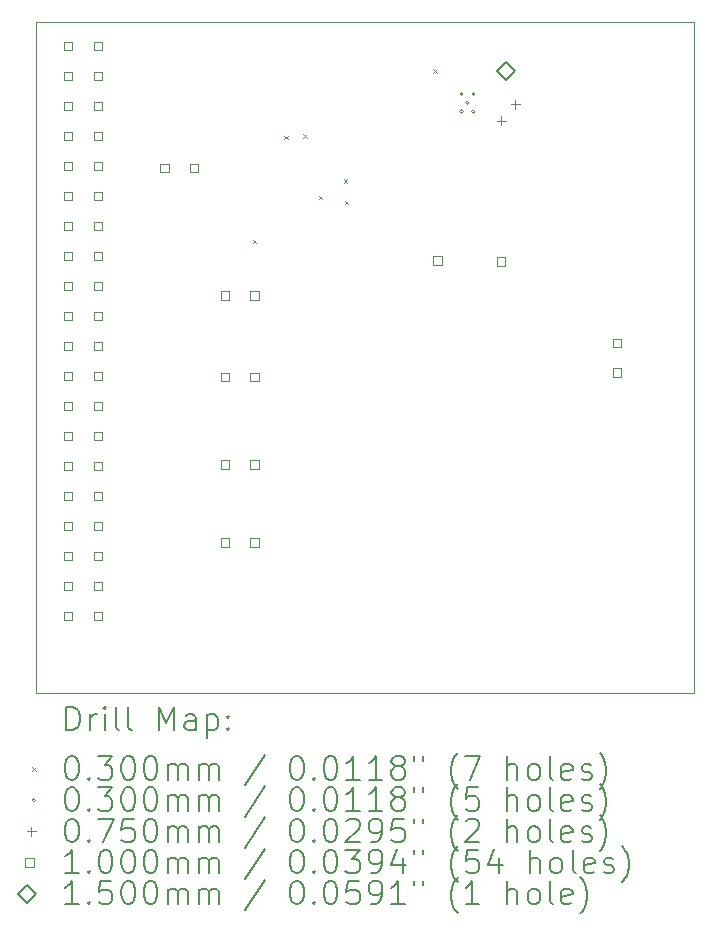
<source format=gbr>
%TF.GenerationSoftware,KiCad,Pcbnew,8.0.1*%
%TF.CreationDate,2024-04-11T19:27:32-06:00*%
%TF.ProjectId,ECE Altitude Project,45434520-416c-4746-9974-756465205072,rev?*%
%TF.SameCoordinates,Original*%
%TF.FileFunction,Drillmap*%
%TF.FilePolarity,Positive*%
%FSLAX45Y45*%
G04 Gerber Fmt 4.5, Leading zero omitted, Abs format (unit mm)*
G04 Created by KiCad (PCBNEW 8.0.1) date 2024-04-11 19:27:32*
%MOMM*%
%LPD*%
G01*
G04 APERTURE LIST*
%ADD10C,0.050000*%
%ADD11C,0.200000*%
%ADD12C,0.100000*%
%ADD13C,0.150000*%
G04 APERTURE END LIST*
D10*
X8140000Y-6585000D02*
X13710000Y-6585000D01*
X13710000Y-12265000D01*
X8140000Y-12265000D01*
X8140000Y-6585000D01*
D11*
D12*
X9975000Y-8425000D02*
X10005000Y-8455000D01*
X10005000Y-8425000D02*
X9975000Y-8455000D01*
X10245000Y-7545000D02*
X10275000Y-7575000D01*
X10275000Y-7545000D02*
X10245000Y-7575000D01*
X10405000Y-7535000D02*
X10435000Y-7565000D01*
X10435000Y-7535000D02*
X10405000Y-7565000D01*
X10535000Y-8055000D02*
X10565000Y-8085000D01*
X10565000Y-8055000D02*
X10535000Y-8085000D01*
X10745000Y-7915000D02*
X10775000Y-7945000D01*
X10775000Y-7915000D02*
X10745000Y-7945000D01*
X10755000Y-8095000D02*
X10785000Y-8125000D01*
X10785000Y-8095000D02*
X10755000Y-8125000D01*
X11505000Y-6985000D02*
X11535000Y-7015000D01*
X11535000Y-6985000D02*
X11505000Y-7015000D01*
X11759000Y-7192654D02*
G75*
G02*
X11729000Y-7192654I-15000J0D01*
G01*
X11729000Y-7192654D02*
G75*
G02*
X11759000Y-7192654I15000J0D01*
G01*
X11759000Y-7342654D02*
G75*
G02*
X11729000Y-7342654I-15000J0D01*
G01*
X11729000Y-7342654D02*
G75*
G02*
X11759000Y-7342654I15000J0D01*
G01*
X11809000Y-7267654D02*
G75*
G02*
X11779000Y-7267654I-15000J0D01*
G01*
X11779000Y-7267654D02*
G75*
G02*
X11809000Y-7267654I15000J0D01*
G01*
X11859000Y-7192654D02*
G75*
G02*
X11829000Y-7192654I-15000J0D01*
G01*
X11829000Y-7192654D02*
G75*
G02*
X11859000Y-7192654I15000J0D01*
G01*
X11859000Y-7342654D02*
G75*
G02*
X11829000Y-7342654I-15000J0D01*
G01*
X11829000Y-7342654D02*
G75*
G02*
X11859000Y-7342654I15000J0D01*
G01*
X12080000Y-7382500D02*
X12080000Y-7457500D01*
X12042500Y-7420000D02*
X12117500Y-7420000D01*
X12200000Y-7241654D02*
X12200000Y-7316654D01*
X12162500Y-7279154D02*
X12237500Y-7279154D01*
X8447856Y-6820356D02*
X8447856Y-6749644D01*
X8377144Y-6749644D01*
X8377144Y-6820356D01*
X8447856Y-6820356D01*
X8447856Y-7074356D02*
X8447856Y-7003644D01*
X8377144Y-7003644D01*
X8377144Y-7074356D01*
X8447856Y-7074356D01*
X8447856Y-7328356D02*
X8447856Y-7257644D01*
X8377144Y-7257644D01*
X8377144Y-7328356D01*
X8447856Y-7328356D01*
X8447856Y-7582356D02*
X8447856Y-7511644D01*
X8377144Y-7511644D01*
X8377144Y-7582356D01*
X8447856Y-7582356D01*
X8447856Y-7836356D02*
X8447856Y-7765644D01*
X8377144Y-7765644D01*
X8377144Y-7836356D01*
X8447856Y-7836356D01*
X8447856Y-8090356D02*
X8447856Y-8019644D01*
X8377144Y-8019644D01*
X8377144Y-8090356D01*
X8447856Y-8090356D01*
X8447856Y-8344356D02*
X8447856Y-8273644D01*
X8377144Y-8273644D01*
X8377144Y-8344356D01*
X8447856Y-8344356D01*
X8447856Y-8598356D02*
X8447856Y-8527644D01*
X8377144Y-8527644D01*
X8377144Y-8598356D01*
X8447856Y-8598356D01*
X8447856Y-8852356D02*
X8447856Y-8781644D01*
X8377144Y-8781644D01*
X8377144Y-8852356D01*
X8447856Y-8852356D01*
X8447856Y-9106356D02*
X8447856Y-9035644D01*
X8377144Y-9035644D01*
X8377144Y-9106356D01*
X8447856Y-9106356D01*
X8447856Y-9360356D02*
X8447856Y-9289644D01*
X8377144Y-9289644D01*
X8377144Y-9360356D01*
X8447856Y-9360356D01*
X8447856Y-9614356D02*
X8447856Y-9543644D01*
X8377144Y-9543644D01*
X8377144Y-9614356D01*
X8447856Y-9614356D01*
X8447856Y-9868356D02*
X8447856Y-9797644D01*
X8377144Y-9797644D01*
X8377144Y-9868356D01*
X8447856Y-9868356D01*
X8447856Y-10122356D02*
X8447856Y-10051644D01*
X8377144Y-10051644D01*
X8377144Y-10122356D01*
X8447856Y-10122356D01*
X8447856Y-10376356D02*
X8447856Y-10305644D01*
X8377144Y-10305644D01*
X8377144Y-10376356D01*
X8447856Y-10376356D01*
X8447856Y-10630356D02*
X8447856Y-10559644D01*
X8377144Y-10559644D01*
X8377144Y-10630356D01*
X8447856Y-10630356D01*
X8447856Y-10884356D02*
X8447856Y-10813644D01*
X8377144Y-10813644D01*
X8377144Y-10884356D01*
X8447856Y-10884356D01*
X8447856Y-11138356D02*
X8447856Y-11067644D01*
X8377144Y-11067644D01*
X8377144Y-11138356D01*
X8447856Y-11138356D01*
X8447856Y-11392356D02*
X8447856Y-11321644D01*
X8377144Y-11321644D01*
X8377144Y-11392356D01*
X8447856Y-11392356D01*
X8447856Y-11646356D02*
X8447856Y-11575644D01*
X8377144Y-11575644D01*
X8377144Y-11646356D01*
X8447856Y-11646356D01*
X8701856Y-6820356D02*
X8701856Y-6749644D01*
X8631144Y-6749644D01*
X8631144Y-6820356D01*
X8701856Y-6820356D01*
X8701856Y-7074356D02*
X8701856Y-7003644D01*
X8631144Y-7003644D01*
X8631144Y-7074356D01*
X8701856Y-7074356D01*
X8701856Y-7328356D02*
X8701856Y-7257644D01*
X8631144Y-7257644D01*
X8631144Y-7328356D01*
X8701856Y-7328356D01*
X8701856Y-7582356D02*
X8701856Y-7511644D01*
X8631144Y-7511644D01*
X8631144Y-7582356D01*
X8701856Y-7582356D01*
X8701856Y-7836356D02*
X8701856Y-7765644D01*
X8631144Y-7765644D01*
X8631144Y-7836356D01*
X8701856Y-7836356D01*
X8701856Y-8090356D02*
X8701856Y-8019644D01*
X8631144Y-8019644D01*
X8631144Y-8090356D01*
X8701856Y-8090356D01*
X8701856Y-8344356D02*
X8701856Y-8273644D01*
X8631144Y-8273644D01*
X8631144Y-8344356D01*
X8701856Y-8344356D01*
X8701856Y-8598356D02*
X8701856Y-8527644D01*
X8631144Y-8527644D01*
X8631144Y-8598356D01*
X8701856Y-8598356D01*
X8701856Y-8852356D02*
X8701856Y-8781644D01*
X8631144Y-8781644D01*
X8631144Y-8852356D01*
X8701856Y-8852356D01*
X8701856Y-9106356D02*
X8701856Y-9035644D01*
X8631144Y-9035644D01*
X8631144Y-9106356D01*
X8701856Y-9106356D01*
X8701856Y-9360356D02*
X8701856Y-9289644D01*
X8631144Y-9289644D01*
X8631144Y-9360356D01*
X8701856Y-9360356D01*
X8701856Y-9614356D02*
X8701856Y-9543644D01*
X8631144Y-9543644D01*
X8631144Y-9614356D01*
X8701856Y-9614356D01*
X8701856Y-9868356D02*
X8701856Y-9797644D01*
X8631144Y-9797644D01*
X8631144Y-9868356D01*
X8701856Y-9868356D01*
X8701856Y-10122356D02*
X8701856Y-10051644D01*
X8631144Y-10051644D01*
X8631144Y-10122356D01*
X8701856Y-10122356D01*
X8701856Y-10376356D02*
X8701856Y-10305644D01*
X8631144Y-10305644D01*
X8631144Y-10376356D01*
X8701856Y-10376356D01*
X8701856Y-10630356D02*
X8701856Y-10559644D01*
X8631144Y-10559644D01*
X8631144Y-10630356D01*
X8701856Y-10630356D01*
X8701856Y-10884356D02*
X8701856Y-10813644D01*
X8631144Y-10813644D01*
X8631144Y-10884356D01*
X8701856Y-10884356D01*
X8701856Y-11138356D02*
X8701856Y-11067644D01*
X8631144Y-11067644D01*
X8631144Y-11138356D01*
X8701856Y-11138356D01*
X8701856Y-11392356D02*
X8701856Y-11321644D01*
X8631144Y-11321644D01*
X8631144Y-11392356D01*
X8701856Y-11392356D01*
X8701856Y-11646356D02*
X8701856Y-11575644D01*
X8631144Y-11575644D01*
X8631144Y-11646356D01*
X8701856Y-11646356D01*
X9265356Y-7855356D02*
X9265356Y-7784644D01*
X9194644Y-7784644D01*
X9194644Y-7855356D01*
X9265356Y-7855356D01*
X9515356Y-7855356D02*
X9515356Y-7784644D01*
X9444644Y-7784644D01*
X9444644Y-7855356D01*
X9515356Y-7855356D01*
X9775356Y-8935356D02*
X9775356Y-8864644D01*
X9704644Y-8864644D01*
X9704644Y-8935356D01*
X9775356Y-8935356D01*
X9775356Y-9625356D02*
X9775356Y-9554644D01*
X9704644Y-9554644D01*
X9704644Y-9625356D01*
X9775356Y-9625356D01*
X9775356Y-10365356D02*
X9775356Y-10294644D01*
X9704644Y-10294644D01*
X9704644Y-10365356D01*
X9775356Y-10365356D01*
X9775356Y-11025356D02*
X9775356Y-10954644D01*
X9704644Y-10954644D01*
X9704644Y-11025356D01*
X9775356Y-11025356D01*
X10025356Y-8935356D02*
X10025356Y-8864644D01*
X9954644Y-8864644D01*
X9954644Y-8935356D01*
X10025356Y-8935356D01*
X10025356Y-9625356D02*
X10025356Y-9554644D01*
X9954644Y-9554644D01*
X9954644Y-9625356D01*
X10025356Y-9625356D01*
X10025356Y-10365356D02*
X10025356Y-10294644D01*
X9954644Y-10294644D01*
X9954644Y-10365356D01*
X10025356Y-10365356D01*
X10025356Y-11025356D02*
X10025356Y-10954644D01*
X9954644Y-10954644D01*
X9954644Y-11025356D01*
X10025356Y-11025356D01*
X11575356Y-8638760D02*
X11575356Y-8568049D01*
X11504644Y-8568049D01*
X11504644Y-8638760D01*
X11575356Y-8638760D01*
X12115356Y-8645356D02*
X12115356Y-8574644D01*
X12044644Y-8574644D01*
X12044644Y-8645356D01*
X12115356Y-8645356D01*
X13095356Y-9335356D02*
X13095356Y-9264644D01*
X13024644Y-9264644D01*
X13024644Y-9335356D01*
X13095356Y-9335356D01*
X13095356Y-9585356D02*
X13095356Y-9514644D01*
X13024644Y-9514644D01*
X13024644Y-9585356D01*
X13095356Y-9585356D01*
D13*
X12120000Y-7075000D02*
X12195000Y-7000000D01*
X12120000Y-6925000D01*
X12045000Y-7000000D01*
X12120000Y-7075000D01*
D11*
X8398277Y-12578984D02*
X8398277Y-12378984D01*
X8398277Y-12378984D02*
X8445896Y-12378984D01*
X8445896Y-12378984D02*
X8474467Y-12388508D01*
X8474467Y-12388508D02*
X8493515Y-12407555D01*
X8493515Y-12407555D02*
X8503039Y-12426603D01*
X8503039Y-12426603D02*
X8512563Y-12464698D01*
X8512563Y-12464698D02*
X8512563Y-12493269D01*
X8512563Y-12493269D02*
X8503039Y-12531365D01*
X8503039Y-12531365D02*
X8493515Y-12550412D01*
X8493515Y-12550412D02*
X8474467Y-12569460D01*
X8474467Y-12569460D02*
X8445896Y-12578984D01*
X8445896Y-12578984D02*
X8398277Y-12578984D01*
X8598277Y-12578984D02*
X8598277Y-12445650D01*
X8598277Y-12483746D02*
X8607801Y-12464698D01*
X8607801Y-12464698D02*
X8617324Y-12455174D01*
X8617324Y-12455174D02*
X8636372Y-12445650D01*
X8636372Y-12445650D02*
X8655420Y-12445650D01*
X8722086Y-12578984D02*
X8722086Y-12445650D01*
X8722086Y-12378984D02*
X8712563Y-12388508D01*
X8712563Y-12388508D02*
X8722086Y-12398031D01*
X8722086Y-12398031D02*
X8731610Y-12388508D01*
X8731610Y-12388508D02*
X8722086Y-12378984D01*
X8722086Y-12378984D02*
X8722086Y-12398031D01*
X8845896Y-12578984D02*
X8826848Y-12569460D01*
X8826848Y-12569460D02*
X8817324Y-12550412D01*
X8817324Y-12550412D02*
X8817324Y-12378984D01*
X8950658Y-12578984D02*
X8931610Y-12569460D01*
X8931610Y-12569460D02*
X8922086Y-12550412D01*
X8922086Y-12550412D02*
X8922086Y-12378984D01*
X9179229Y-12578984D02*
X9179229Y-12378984D01*
X9179229Y-12378984D02*
X9245896Y-12521841D01*
X9245896Y-12521841D02*
X9312563Y-12378984D01*
X9312563Y-12378984D02*
X9312563Y-12578984D01*
X9493515Y-12578984D02*
X9493515Y-12474222D01*
X9493515Y-12474222D02*
X9483991Y-12455174D01*
X9483991Y-12455174D02*
X9464944Y-12445650D01*
X9464944Y-12445650D02*
X9426848Y-12445650D01*
X9426848Y-12445650D02*
X9407801Y-12455174D01*
X9493515Y-12569460D02*
X9474467Y-12578984D01*
X9474467Y-12578984D02*
X9426848Y-12578984D01*
X9426848Y-12578984D02*
X9407801Y-12569460D01*
X9407801Y-12569460D02*
X9398277Y-12550412D01*
X9398277Y-12550412D02*
X9398277Y-12531365D01*
X9398277Y-12531365D02*
X9407801Y-12512317D01*
X9407801Y-12512317D02*
X9426848Y-12502793D01*
X9426848Y-12502793D02*
X9474467Y-12502793D01*
X9474467Y-12502793D02*
X9493515Y-12493269D01*
X9588753Y-12445650D02*
X9588753Y-12645650D01*
X9588753Y-12455174D02*
X9607801Y-12445650D01*
X9607801Y-12445650D02*
X9645896Y-12445650D01*
X9645896Y-12445650D02*
X9664944Y-12455174D01*
X9664944Y-12455174D02*
X9674467Y-12464698D01*
X9674467Y-12464698D02*
X9683991Y-12483746D01*
X9683991Y-12483746D02*
X9683991Y-12540888D01*
X9683991Y-12540888D02*
X9674467Y-12559936D01*
X9674467Y-12559936D02*
X9664944Y-12569460D01*
X9664944Y-12569460D02*
X9645896Y-12578984D01*
X9645896Y-12578984D02*
X9607801Y-12578984D01*
X9607801Y-12578984D02*
X9588753Y-12569460D01*
X9769705Y-12559936D02*
X9779229Y-12569460D01*
X9779229Y-12569460D02*
X9769705Y-12578984D01*
X9769705Y-12578984D02*
X9760182Y-12569460D01*
X9760182Y-12569460D02*
X9769705Y-12559936D01*
X9769705Y-12559936D02*
X9769705Y-12578984D01*
X9769705Y-12455174D02*
X9779229Y-12464698D01*
X9779229Y-12464698D02*
X9769705Y-12474222D01*
X9769705Y-12474222D02*
X9760182Y-12464698D01*
X9760182Y-12464698D02*
X9769705Y-12455174D01*
X9769705Y-12455174D02*
X9769705Y-12474222D01*
D12*
X8107500Y-12892500D02*
X8137500Y-12922500D01*
X8137500Y-12892500D02*
X8107500Y-12922500D01*
D11*
X8436372Y-12798984D02*
X8455420Y-12798984D01*
X8455420Y-12798984D02*
X8474467Y-12808508D01*
X8474467Y-12808508D02*
X8483991Y-12818031D01*
X8483991Y-12818031D02*
X8493515Y-12837079D01*
X8493515Y-12837079D02*
X8503039Y-12875174D01*
X8503039Y-12875174D02*
X8503039Y-12922793D01*
X8503039Y-12922793D02*
X8493515Y-12960888D01*
X8493515Y-12960888D02*
X8483991Y-12979936D01*
X8483991Y-12979936D02*
X8474467Y-12989460D01*
X8474467Y-12989460D02*
X8455420Y-12998984D01*
X8455420Y-12998984D02*
X8436372Y-12998984D01*
X8436372Y-12998984D02*
X8417324Y-12989460D01*
X8417324Y-12989460D02*
X8407801Y-12979936D01*
X8407801Y-12979936D02*
X8398277Y-12960888D01*
X8398277Y-12960888D02*
X8388753Y-12922793D01*
X8388753Y-12922793D02*
X8388753Y-12875174D01*
X8388753Y-12875174D02*
X8398277Y-12837079D01*
X8398277Y-12837079D02*
X8407801Y-12818031D01*
X8407801Y-12818031D02*
X8417324Y-12808508D01*
X8417324Y-12808508D02*
X8436372Y-12798984D01*
X8588753Y-12979936D02*
X8598277Y-12989460D01*
X8598277Y-12989460D02*
X8588753Y-12998984D01*
X8588753Y-12998984D02*
X8579229Y-12989460D01*
X8579229Y-12989460D02*
X8588753Y-12979936D01*
X8588753Y-12979936D02*
X8588753Y-12998984D01*
X8664944Y-12798984D02*
X8788753Y-12798984D01*
X8788753Y-12798984D02*
X8722086Y-12875174D01*
X8722086Y-12875174D02*
X8750658Y-12875174D01*
X8750658Y-12875174D02*
X8769705Y-12884698D01*
X8769705Y-12884698D02*
X8779229Y-12894222D01*
X8779229Y-12894222D02*
X8788753Y-12913269D01*
X8788753Y-12913269D02*
X8788753Y-12960888D01*
X8788753Y-12960888D02*
X8779229Y-12979936D01*
X8779229Y-12979936D02*
X8769705Y-12989460D01*
X8769705Y-12989460D02*
X8750658Y-12998984D01*
X8750658Y-12998984D02*
X8693515Y-12998984D01*
X8693515Y-12998984D02*
X8674467Y-12989460D01*
X8674467Y-12989460D02*
X8664944Y-12979936D01*
X8912563Y-12798984D02*
X8931610Y-12798984D01*
X8931610Y-12798984D02*
X8950658Y-12808508D01*
X8950658Y-12808508D02*
X8960182Y-12818031D01*
X8960182Y-12818031D02*
X8969705Y-12837079D01*
X8969705Y-12837079D02*
X8979229Y-12875174D01*
X8979229Y-12875174D02*
X8979229Y-12922793D01*
X8979229Y-12922793D02*
X8969705Y-12960888D01*
X8969705Y-12960888D02*
X8960182Y-12979936D01*
X8960182Y-12979936D02*
X8950658Y-12989460D01*
X8950658Y-12989460D02*
X8931610Y-12998984D01*
X8931610Y-12998984D02*
X8912563Y-12998984D01*
X8912563Y-12998984D02*
X8893515Y-12989460D01*
X8893515Y-12989460D02*
X8883991Y-12979936D01*
X8883991Y-12979936D02*
X8874467Y-12960888D01*
X8874467Y-12960888D02*
X8864944Y-12922793D01*
X8864944Y-12922793D02*
X8864944Y-12875174D01*
X8864944Y-12875174D02*
X8874467Y-12837079D01*
X8874467Y-12837079D02*
X8883991Y-12818031D01*
X8883991Y-12818031D02*
X8893515Y-12808508D01*
X8893515Y-12808508D02*
X8912563Y-12798984D01*
X9103039Y-12798984D02*
X9122086Y-12798984D01*
X9122086Y-12798984D02*
X9141134Y-12808508D01*
X9141134Y-12808508D02*
X9150658Y-12818031D01*
X9150658Y-12818031D02*
X9160182Y-12837079D01*
X9160182Y-12837079D02*
X9169705Y-12875174D01*
X9169705Y-12875174D02*
X9169705Y-12922793D01*
X9169705Y-12922793D02*
X9160182Y-12960888D01*
X9160182Y-12960888D02*
X9150658Y-12979936D01*
X9150658Y-12979936D02*
X9141134Y-12989460D01*
X9141134Y-12989460D02*
X9122086Y-12998984D01*
X9122086Y-12998984D02*
X9103039Y-12998984D01*
X9103039Y-12998984D02*
X9083991Y-12989460D01*
X9083991Y-12989460D02*
X9074467Y-12979936D01*
X9074467Y-12979936D02*
X9064944Y-12960888D01*
X9064944Y-12960888D02*
X9055420Y-12922793D01*
X9055420Y-12922793D02*
X9055420Y-12875174D01*
X9055420Y-12875174D02*
X9064944Y-12837079D01*
X9064944Y-12837079D02*
X9074467Y-12818031D01*
X9074467Y-12818031D02*
X9083991Y-12808508D01*
X9083991Y-12808508D02*
X9103039Y-12798984D01*
X9255420Y-12998984D02*
X9255420Y-12865650D01*
X9255420Y-12884698D02*
X9264944Y-12875174D01*
X9264944Y-12875174D02*
X9283991Y-12865650D01*
X9283991Y-12865650D02*
X9312563Y-12865650D01*
X9312563Y-12865650D02*
X9331610Y-12875174D01*
X9331610Y-12875174D02*
X9341134Y-12894222D01*
X9341134Y-12894222D02*
X9341134Y-12998984D01*
X9341134Y-12894222D02*
X9350658Y-12875174D01*
X9350658Y-12875174D02*
X9369705Y-12865650D01*
X9369705Y-12865650D02*
X9398277Y-12865650D01*
X9398277Y-12865650D02*
X9417325Y-12875174D01*
X9417325Y-12875174D02*
X9426848Y-12894222D01*
X9426848Y-12894222D02*
X9426848Y-12998984D01*
X9522086Y-12998984D02*
X9522086Y-12865650D01*
X9522086Y-12884698D02*
X9531610Y-12875174D01*
X9531610Y-12875174D02*
X9550658Y-12865650D01*
X9550658Y-12865650D02*
X9579229Y-12865650D01*
X9579229Y-12865650D02*
X9598277Y-12875174D01*
X9598277Y-12875174D02*
X9607801Y-12894222D01*
X9607801Y-12894222D02*
X9607801Y-12998984D01*
X9607801Y-12894222D02*
X9617325Y-12875174D01*
X9617325Y-12875174D02*
X9636372Y-12865650D01*
X9636372Y-12865650D02*
X9664944Y-12865650D01*
X9664944Y-12865650D02*
X9683991Y-12875174D01*
X9683991Y-12875174D02*
X9693515Y-12894222D01*
X9693515Y-12894222D02*
X9693515Y-12998984D01*
X10083991Y-12789460D02*
X9912563Y-13046603D01*
X10341134Y-12798984D02*
X10360182Y-12798984D01*
X10360182Y-12798984D02*
X10379229Y-12808508D01*
X10379229Y-12808508D02*
X10388753Y-12818031D01*
X10388753Y-12818031D02*
X10398277Y-12837079D01*
X10398277Y-12837079D02*
X10407801Y-12875174D01*
X10407801Y-12875174D02*
X10407801Y-12922793D01*
X10407801Y-12922793D02*
X10398277Y-12960888D01*
X10398277Y-12960888D02*
X10388753Y-12979936D01*
X10388753Y-12979936D02*
X10379229Y-12989460D01*
X10379229Y-12989460D02*
X10360182Y-12998984D01*
X10360182Y-12998984D02*
X10341134Y-12998984D01*
X10341134Y-12998984D02*
X10322087Y-12989460D01*
X10322087Y-12989460D02*
X10312563Y-12979936D01*
X10312563Y-12979936D02*
X10303039Y-12960888D01*
X10303039Y-12960888D02*
X10293515Y-12922793D01*
X10293515Y-12922793D02*
X10293515Y-12875174D01*
X10293515Y-12875174D02*
X10303039Y-12837079D01*
X10303039Y-12837079D02*
X10312563Y-12818031D01*
X10312563Y-12818031D02*
X10322087Y-12808508D01*
X10322087Y-12808508D02*
X10341134Y-12798984D01*
X10493515Y-12979936D02*
X10503039Y-12989460D01*
X10503039Y-12989460D02*
X10493515Y-12998984D01*
X10493515Y-12998984D02*
X10483991Y-12989460D01*
X10483991Y-12989460D02*
X10493515Y-12979936D01*
X10493515Y-12979936D02*
X10493515Y-12998984D01*
X10626848Y-12798984D02*
X10645896Y-12798984D01*
X10645896Y-12798984D02*
X10664944Y-12808508D01*
X10664944Y-12808508D02*
X10674468Y-12818031D01*
X10674468Y-12818031D02*
X10683991Y-12837079D01*
X10683991Y-12837079D02*
X10693515Y-12875174D01*
X10693515Y-12875174D02*
X10693515Y-12922793D01*
X10693515Y-12922793D02*
X10683991Y-12960888D01*
X10683991Y-12960888D02*
X10674468Y-12979936D01*
X10674468Y-12979936D02*
X10664944Y-12989460D01*
X10664944Y-12989460D02*
X10645896Y-12998984D01*
X10645896Y-12998984D02*
X10626848Y-12998984D01*
X10626848Y-12998984D02*
X10607801Y-12989460D01*
X10607801Y-12989460D02*
X10598277Y-12979936D01*
X10598277Y-12979936D02*
X10588753Y-12960888D01*
X10588753Y-12960888D02*
X10579229Y-12922793D01*
X10579229Y-12922793D02*
X10579229Y-12875174D01*
X10579229Y-12875174D02*
X10588753Y-12837079D01*
X10588753Y-12837079D02*
X10598277Y-12818031D01*
X10598277Y-12818031D02*
X10607801Y-12808508D01*
X10607801Y-12808508D02*
X10626848Y-12798984D01*
X10883991Y-12998984D02*
X10769706Y-12998984D01*
X10826848Y-12998984D02*
X10826848Y-12798984D01*
X10826848Y-12798984D02*
X10807801Y-12827555D01*
X10807801Y-12827555D02*
X10788753Y-12846603D01*
X10788753Y-12846603D02*
X10769706Y-12856127D01*
X11074468Y-12998984D02*
X10960182Y-12998984D01*
X11017325Y-12998984D02*
X11017325Y-12798984D01*
X11017325Y-12798984D02*
X10998277Y-12827555D01*
X10998277Y-12827555D02*
X10979229Y-12846603D01*
X10979229Y-12846603D02*
X10960182Y-12856127D01*
X11188753Y-12884698D02*
X11169706Y-12875174D01*
X11169706Y-12875174D02*
X11160182Y-12865650D01*
X11160182Y-12865650D02*
X11150658Y-12846603D01*
X11150658Y-12846603D02*
X11150658Y-12837079D01*
X11150658Y-12837079D02*
X11160182Y-12818031D01*
X11160182Y-12818031D02*
X11169706Y-12808508D01*
X11169706Y-12808508D02*
X11188753Y-12798984D01*
X11188753Y-12798984D02*
X11226848Y-12798984D01*
X11226848Y-12798984D02*
X11245896Y-12808508D01*
X11245896Y-12808508D02*
X11255420Y-12818031D01*
X11255420Y-12818031D02*
X11264944Y-12837079D01*
X11264944Y-12837079D02*
X11264944Y-12846603D01*
X11264944Y-12846603D02*
X11255420Y-12865650D01*
X11255420Y-12865650D02*
X11245896Y-12875174D01*
X11245896Y-12875174D02*
X11226848Y-12884698D01*
X11226848Y-12884698D02*
X11188753Y-12884698D01*
X11188753Y-12884698D02*
X11169706Y-12894222D01*
X11169706Y-12894222D02*
X11160182Y-12903746D01*
X11160182Y-12903746D02*
X11150658Y-12922793D01*
X11150658Y-12922793D02*
X11150658Y-12960888D01*
X11150658Y-12960888D02*
X11160182Y-12979936D01*
X11160182Y-12979936D02*
X11169706Y-12989460D01*
X11169706Y-12989460D02*
X11188753Y-12998984D01*
X11188753Y-12998984D02*
X11226848Y-12998984D01*
X11226848Y-12998984D02*
X11245896Y-12989460D01*
X11245896Y-12989460D02*
X11255420Y-12979936D01*
X11255420Y-12979936D02*
X11264944Y-12960888D01*
X11264944Y-12960888D02*
X11264944Y-12922793D01*
X11264944Y-12922793D02*
X11255420Y-12903746D01*
X11255420Y-12903746D02*
X11245896Y-12894222D01*
X11245896Y-12894222D02*
X11226848Y-12884698D01*
X11341134Y-12798984D02*
X11341134Y-12837079D01*
X11417325Y-12798984D02*
X11417325Y-12837079D01*
X11712563Y-13075174D02*
X11703039Y-13065650D01*
X11703039Y-13065650D02*
X11683991Y-13037079D01*
X11683991Y-13037079D02*
X11674468Y-13018031D01*
X11674468Y-13018031D02*
X11664944Y-12989460D01*
X11664944Y-12989460D02*
X11655420Y-12941841D01*
X11655420Y-12941841D02*
X11655420Y-12903746D01*
X11655420Y-12903746D02*
X11664944Y-12856127D01*
X11664944Y-12856127D02*
X11674468Y-12827555D01*
X11674468Y-12827555D02*
X11683991Y-12808508D01*
X11683991Y-12808508D02*
X11703039Y-12779936D01*
X11703039Y-12779936D02*
X11712563Y-12770412D01*
X11769706Y-12798984D02*
X11903039Y-12798984D01*
X11903039Y-12798984D02*
X11817325Y-12998984D01*
X12131610Y-12998984D02*
X12131610Y-12798984D01*
X12217325Y-12998984D02*
X12217325Y-12894222D01*
X12217325Y-12894222D02*
X12207801Y-12875174D01*
X12207801Y-12875174D02*
X12188753Y-12865650D01*
X12188753Y-12865650D02*
X12160182Y-12865650D01*
X12160182Y-12865650D02*
X12141134Y-12875174D01*
X12141134Y-12875174D02*
X12131610Y-12884698D01*
X12341134Y-12998984D02*
X12322087Y-12989460D01*
X12322087Y-12989460D02*
X12312563Y-12979936D01*
X12312563Y-12979936D02*
X12303039Y-12960888D01*
X12303039Y-12960888D02*
X12303039Y-12903746D01*
X12303039Y-12903746D02*
X12312563Y-12884698D01*
X12312563Y-12884698D02*
X12322087Y-12875174D01*
X12322087Y-12875174D02*
X12341134Y-12865650D01*
X12341134Y-12865650D02*
X12369706Y-12865650D01*
X12369706Y-12865650D02*
X12388753Y-12875174D01*
X12388753Y-12875174D02*
X12398277Y-12884698D01*
X12398277Y-12884698D02*
X12407801Y-12903746D01*
X12407801Y-12903746D02*
X12407801Y-12960888D01*
X12407801Y-12960888D02*
X12398277Y-12979936D01*
X12398277Y-12979936D02*
X12388753Y-12989460D01*
X12388753Y-12989460D02*
X12369706Y-12998984D01*
X12369706Y-12998984D02*
X12341134Y-12998984D01*
X12522087Y-12998984D02*
X12503039Y-12989460D01*
X12503039Y-12989460D02*
X12493515Y-12970412D01*
X12493515Y-12970412D02*
X12493515Y-12798984D01*
X12674468Y-12989460D02*
X12655420Y-12998984D01*
X12655420Y-12998984D02*
X12617325Y-12998984D01*
X12617325Y-12998984D02*
X12598277Y-12989460D01*
X12598277Y-12989460D02*
X12588753Y-12970412D01*
X12588753Y-12970412D02*
X12588753Y-12894222D01*
X12588753Y-12894222D02*
X12598277Y-12875174D01*
X12598277Y-12875174D02*
X12617325Y-12865650D01*
X12617325Y-12865650D02*
X12655420Y-12865650D01*
X12655420Y-12865650D02*
X12674468Y-12875174D01*
X12674468Y-12875174D02*
X12683991Y-12894222D01*
X12683991Y-12894222D02*
X12683991Y-12913269D01*
X12683991Y-12913269D02*
X12588753Y-12932317D01*
X12760182Y-12989460D02*
X12779230Y-12998984D01*
X12779230Y-12998984D02*
X12817325Y-12998984D01*
X12817325Y-12998984D02*
X12836372Y-12989460D01*
X12836372Y-12989460D02*
X12845896Y-12970412D01*
X12845896Y-12970412D02*
X12845896Y-12960888D01*
X12845896Y-12960888D02*
X12836372Y-12941841D01*
X12836372Y-12941841D02*
X12817325Y-12932317D01*
X12817325Y-12932317D02*
X12788753Y-12932317D01*
X12788753Y-12932317D02*
X12769706Y-12922793D01*
X12769706Y-12922793D02*
X12760182Y-12903746D01*
X12760182Y-12903746D02*
X12760182Y-12894222D01*
X12760182Y-12894222D02*
X12769706Y-12875174D01*
X12769706Y-12875174D02*
X12788753Y-12865650D01*
X12788753Y-12865650D02*
X12817325Y-12865650D01*
X12817325Y-12865650D02*
X12836372Y-12875174D01*
X12912563Y-13075174D02*
X12922087Y-13065650D01*
X12922087Y-13065650D02*
X12941134Y-13037079D01*
X12941134Y-13037079D02*
X12950658Y-13018031D01*
X12950658Y-13018031D02*
X12960182Y-12989460D01*
X12960182Y-12989460D02*
X12969706Y-12941841D01*
X12969706Y-12941841D02*
X12969706Y-12903746D01*
X12969706Y-12903746D02*
X12960182Y-12856127D01*
X12960182Y-12856127D02*
X12950658Y-12827555D01*
X12950658Y-12827555D02*
X12941134Y-12808508D01*
X12941134Y-12808508D02*
X12922087Y-12779936D01*
X12922087Y-12779936D02*
X12912563Y-12770412D01*
D12*
X8137500Y-13171500D02*
G75*
G02*
X8107500Y-13171500I-15000J0D01*
G01*
X8107500Y-13171500D02*
G75*
G02*
X8137500Y-13171500I15000J0D01*
G01*
D11*
X8436372Y-13062984D02*
X8455420Y-13062984D01*
X8455420Y-13062984D02*
X8474467Y-13072508D01*
X8474467Y-13072508D02*
X8483991Y-13082031D01*
X8483991Y-13082031D02*
X8493515Y-13101079D01*
X8493515Y-13101079D02*
X8503039Y-13139174D01*
X8503039Y-13139174D02*
X8503039Y-13186793D01*
X8503039Y-13186793D02*
X8493515Y-13224888D01*
X8493515Y-13224888D02*
X8483991Y-13243936D01*
X8483991Y-13243936D02*
X8474467Y-13253460D01*
X8474467Y-13253460D02*
X8455420Y-13262984D01*
X8455420Y-13262984D02*
X8436372Y-13262984D01*
X8436372Y-13262984D02*
X8417324Y-13253460D01*
X8417324Y-13253460D02*
X8407801Y-13243936D01*
X8407801Y-13243936D02*
X8398277Y-13224888D01*
X8398277Y-13224888D02*
X8388753Y-13186793D01*
X8388753Y-13186793D02*
X8388753Y-13139174D01*
X8388753Y-13139174D02*
X8398277Y-13101079D01*
X8398277Y-13101079D02*
X8407801Y-13082031D01*
X8407801Y-13082031D02*
X8417324Y-13072508D01*
X8417324Y-13072508D02*
X8436372Y-13062984D01*
X8588753Y-13243936D02*
X8598277Y-13253460D01*
X8598277Y-13253460D02*
X8588753Y-13262984D01*
X8588753Y-13262984D02*
X8579229Y-13253460D01*
X8579229Y-13253460D02*
X8588753Y-13243936D01*
X8588753Y-13243936D02*
X8588753Y-13262984D01*
X8664944Y-13062984D02*
X8788753Y-13062984D01*
X8788753Y-13062984D02*
X8722086Y-13139174D01*
X8722086Y-13139174D02*
X8750658Y-13139174D01*
X8750658Y-13139174D02*
X8769705Y-13148698D01*
X8769705Y-13148698D02*
X8779229Y-13158222D01*
X8779229Y-13158222D02*
X8788753Y-13177269D01*
X8788753Y-13177269D02*
X8788753Y-13224888D01*
X8788753Y-13224888D02*
X8779229Y-13243936D01*
X8779229Y-13243936D02*
X8769705Y-13253460D01*
X8769705Y-13253460D02*
X8750658Y-13262984D01*
X8750658Y-13262984D02*
X8693515Y-13262984D01*
X8693515Y-13262984D02*
X8674467Y-13253460D01*
X8674467Y-13253460D02*
X8664944Y-13243936D01*
X8912563Y-13062984D02*
X8931610Y-13062984D01*
X8931610Y-13062984D02*
X8950658Y-13072508D01*
X8950658Y-13072508D02*
X8960182Y-13082031D01*
X8960182Y-13082031D02*
X8969705Y-13101079D01*
X8969705Y-13101079D02*
X8979229Y-13139174D01*
X8979229Y-13139174D02*
X8979229Y-13186793D01*
X8979229Y-13186793D02*
X8969705Y-13224888D01*
X8969705Y-13224888D02*
X8960182Y-13243936D01*
X8960182Y-13243936D02*
X8950658Y-13253460D01*
X8950658Y-13253460D02*
X8931610Y-13262984D01*
X8931610Y-13262984D02*
X8912563Y-13262984D01*
X8912563Y-13262984D02*
X8893515Y-13253460D01*
X8893515Y-13253460D02*
X8883991Y-13243936D01*
X8883991Y-13243936D02*
X8874467Y-13224888D01*
X8874467Y-13224888D02*
X8864944Y-13186793D01*
X8864944Y-13186793D02*
X8864944Y-13139174D01*
X8864944Y-13139174D02*
X8874467Y-13101079D01*
X8874467Y-13101079D02*
X8883991Y-13082031D01*
X8883991Y-13082031D02*
X8893515Y-13072508D01*
X8893515Y-13072508D02*
X8912563Y-13062984D01*
X9103039Y-13062984D02*
X9122086Y-13062984D01*
X9122086Y-13062984D02*
X9141134Y-13072508D01*
X9141134Y-13072508D02*
X9150658Y-13082031D01*
X9150658Y-13082031D02*
X9160182Y-13101079D01*
X9160182Y-13101079D02*
X9169705Y-13139174D01*
X9169705Y-13139174D02*
X9169705Y-13186793D01*
X9169705Y-13186793D02*
X9160182Y-13224888D01*
X9160182Y-13224888D02*
X9150658Y-13243936D01*
X9150658Y-13243936D02*
X9141134Y-13253460D01*
X9141134Y-13253460D02*
X9122086Y-13262984D01*
X9122086Y-13262984D02*
X9103039Y-13262984D01*
X9103039Y-13262984D02*
X9083991Y-13253460D01*
X9083991Y-13253460D02*
X9074467Y-13243936D01*
X9074467Y-13243936D02*
X9064944Y-13224888D01*
X9064944Y-13224888D02*
X9055420Y-13186793D01*
X9055420Y-13186793D02*
X9055420Y-13139174D01*
X9055420Y-13139174D02*
X9064944Y-13101079D01*
X9064944Y-13101079D02*
X9074467Y-13082031D01*
X9074467Y-13082031D02*
X9083991Y-13072508D01*
X9083991Y-13072508D02*
X9103039Y-13062984D01*
X9255420Y-13262984D02*
X9255420Y-13129650D01*
X9255420Y-13148698D02*
X9264944Y-13139174D01*
X9264944Y-13139174D02*
X9283991Y-13129650D01*
X9283991Y-13129650D02*
X9312563Y-13129650D01*
X9312563Y-13129650D02*
X9331610Y-13139174D01*
X9331610Y-13139174D02*
X9341134Y-13158222D01*
X9341134Y-13158222D02*
X9341134Y-13262984D01*
X9341134Y-13158222D02*
X9350658Y-13139174D01*
X9350658Y-13139174D02*
X9369705Y-13129650D01*
X9369705Y-13129650D02*
X9398277Y-13129650D01*
X9398277Y-13129650D02*
X9417325Y-13139174D01*
X9417325Y-13139174D02*
X9426848Y-13158222D01*
X9426848Y-13158222D02*
X9426848Y-13262984D01*
X9522086Y-13262984D02*
X9522086Y-13129650D01*
X9522086Y-13148698D02*
X9531610Y-13139174D01*
X9531610Y-13139174D02*
X9550658Y-13129650D01*
X9550658Y-13129650D02*
X9579229Y-13129650D01*
X9579229Y-13129650D02*
X9598277Y-13139174D01*
X9598277Y-13139174D02*
X9607801Y-13158222D01*
X9607801Y-13158222D02*
X9607801Y-13262984D01*
X9607801Y-13158222D02*
X9617325Y-13139174D01*
X9617325Y-13139174D02*
X9636372Y-13129650D01*
X9636372Y-13129650D02*
X9664944Y-13129650D01*
X9664944Y-13129650D02*
X9683991Y-13139174D01*
X9683991Y-13139174D02*
X9693515Y-13158222D01*
X9693515Y-13158222D02*
X9693515Y-13262984D01*
X10083991Y-13053460D02*
X9912563Y-13310603D01*
X10341134Y-13062984D02*
X10360182Y-13062984D01*
X10360182Y-13062984D02*
X10379229Y-13072508D01*
X10379229Y-13072508D02*
X10388753Y-13082031D01*
X10388753Y-13082031D02*
X10398277Y-13101079D01*
X10398277Y-13101079D02*
X10407801Y-13139174D01*
X10407801Y-13139174D02*
X10407801Y-13186793D01*
X10407801Y-13186793D02*
X10398277Y-13224888D01*
X10398277Y-13224888D02*
X10388753Y-13243936D01*
X10388753Y-13243936D02*
X10379229Y-13253460D01*
X10379229Y-13253460D02*
X10360182Y-13262984D01*
X10360182Y-13262984D02*
X10341134Y-13262984D01*
X10341134Y-13262984D02*
X10322087Y-13253460D01*
X10322087Y-13253460D02*
X10312563Y-13243936D01*
X10312563Y-13243936D02*
X10303039Y-13224888D01*
X10303039Y-13224888D02*
X10293515Y-13186793D01*
X10293515Y-13186793D02*
X10293515Y-13139174D01*
X10293515Y-13139174D02*
X10303039Y-13101079D01*
X10303039Y-13101079D02*
X10312563Y-13082031D01*
X10312563Y-13082031D02*
X10322087Y-13072508D01*
X10322087Y-13072508D02*
X10341134Y-13062984D01*
X10493515Y-13243936D02*
X10503039Y-13253460D01*
X10503039Y-13253460D02*
X10493515Y-13262984D01*
X10493515Y-13262984D02*
X10483991Y-13253460D01*
X10483991Y-13253460D02*
X10493515Y-13243936D01*
X10493515Y-13243936D02*
X10493515Y-13262984D01*
X10626848Y-13062984D02*
X10645896Y-13062984D01*
X10645896Y-13062984D02*
X10664944Y-13072508D01*
X10664944Y-13072508D02*
X10674468Y-13082031D01*
X10674468Y-13082031D02*
X10683991Y-13101079D01*
X10683991Y-13101079D02*
X10693515Y-13139174D01*
X10693515Y-13139174D02*
X10693515Y-13186793D01*
X10693515Y-13186793D02*
X10683991Y-13224888D01*
X10683991Y-13224888D02*
X10674468Y-13243936D01*
X10674468Y-13243936D02*
X10664944Y-13253460D01*
X10664944Y-13253460D02*
X10645896Y-13262984D01*
X10645896Y-13262984D02*
X10626848Y-13262984D01*
X10626848Y-13262984D02*
X10607801Y-13253460D01*
X10607801Y-13253460D02*
X10598277Y-13243936D01*
X10598277Y-13243936D02*
X10588753Y-13224888D01*
X10588753Y-13224888D02*
X10579229Y-13186793D01*
X10579229Y-13186793D02*
X10579229Y-13139174D01*
X10579229Y-13139174D02*
X10588753Y-13101079D01*
X10588753Y-13101079D02*
X10598277Y-13082031D01*
X10598277Y-13082031D02*
X10607801Y-13072508D01*
X10607801Y-13072508D02*
X10626848Y-13062984D01*
X10883991Y-13262984D02*
X10769706Y-13262984D01*
X10826848Y-13262984D02*
X10826848Y-13062984D01*
X10826848Y-13062984D02*
X10807801Y-13091555D01*
X10807801Y-13091555D02*
X10788753Y-13110603D01*
X10788753Y-13110603D02*
X10769706Y-13120127D01*
X11074468Y-13262984D02*
X10960182Y-13262984D01*
X11017325Y-13262984D02*
X11017325Y-13062984D01*
X11017325Y-13062984D02*
X10998277Y-13091555D01*
X10998277Y-13091555D02*
X10979229Y-13110603D01*
X10979229Y-13110603D02*
X10960182Y-13120127D01*
X11188753Y-13148698D02*
X11169706Y-13139174D01*
X11169706Y-13139174D02*
X11160182Y-13129650D01*
X11160182Y-13129650D02*
X11150658Y-13110603D01*
X11150658Y-13110603D02*
X11150658Y-13101079D01*
X11150658Y-13101079D02*
X11160182Y-13082031D01*
X11160182Y-13082031D02*
X11169706Y-13072508D01*
X11169706Y-13072508D02*
X11188753Y-13062984D01*
X11188753Y-13062984D02*
X11226848Y-13062984D01*
X11226848Y-13062984D02*
X11245896Y-13072508D01*
X11245896Y-13072508D02*
X11255420Y-13082031D01*
X11255420Y-13082031D02*
X11264944Y-13101079D01*
X11264944Y-13101079D02*
X11264944Y-13110603D01*
X11264944Y-13110603D02*
X11255420Y-13129650D01*
X11255420Y-13129650D02*
X11245896Y-13139174D01*
X11245896Y-13139174D02*
X11226848Y-13148698D01*
X11226848Y-13148698D02*
X11188753Y-13148698D01*
X11188753Y-13148698D02*
X11169706Y-13158222D01*
X11169706Y-13158222D02*
X11160182Y-13167746D01*
X11160182Y-13167746D02*
X11150658Y-13186793D01*
X11150658Y-13186793D02*
X11150658Y-13224888D01*
X11150658Y-13224888D02*
X11160182Y-13243936D01*
X11160182Y-13243936D02*
X11169706Y-13253460D01*
X11169706Y-13253460D02*
X11188753Y-13262984D01*
X11188753Y-13262984D02*
X11226848Y-13262984D01*
X11226848Y-13262984D02*
X11245896Y-13253460D01*
X11245896Y-13253460D02*
X11255420Y-13243936D01*
X11255420Y-13243936D02*
X11264944Y-13224888D01*
X11264944Y-13224888D02*
X11264944Y-13186793D01*
X11264944Y-13186793D02*
X11255420Y-13167746D01*
X11255420Y-13167746D02*
X11245896Y-13158222D01*
X11245896Y-13158222D02*
X11226848Y-13148698D01*
X11341134Y-13062984D02*
X11341134Y-13101079D01*
X11417325Y-13062984D02*
X11417325Y-13101079D01*
X11712563Y-13339174D02*
X11703039Y-13329650D01*
X11703039Y-13329650D02*
X11683991Y-13301079D01*
X11683991Y-13301079D02*
X11674468Y-13282031D01*
X11674468Y-13282031D02*
X11664944Y-13253460D01*
X11664944Y-13253460D02*
X11655420Y-13205841D01*
X11655420Y-13205841D02*
X11655420Y-13167746D01*
X11655420Y-13167746D02*
X11664944Y-13120127D01*
X11664944Y-13120127D02*
X11674468Y-13091555D01*
X11674468Y-13091555D02*
X11683991Y-13072508D01*
X11683991Y-13072508D02*
X11703039Y-13043936D01*
X11703039Y-13043936D02*
X11712563Y-13034412D01*
X11883991Y-13062984D02*
X11788753Y-13062984D01*
X11788753Y-13062984D02*
X11779229Y-13158222D01*
X11779229Y-13158222D02*
X11788753Y-13148698D01*
X11788753Y-13148698D02*
X11807801Y-13139174D01*
X11807801Y-13139174D02*
X11855420Y-13139174D01*
X11855420Y-13139174D02*
X11874468Y-13148698D01*
X11874468Y-13148698D02*
X11883991Y-13158222D01*
X11883991Y-13158222D02*
X11893515Y-13177269D01*
X11893515Y-13177269D02*
X11893515Y-13224888D01*
X11893515Y-13224888D02*
X11883991Y-13243936D01*
X11883991Y-13243936D02*
X11874468Y-13253460D01*
X11874468Y-13253460D02*
X11855420Y-13262984D01*
X11855420Y-13262984D02*
X11807801Y-13262984D01*
X11807801Y-13262984D02*
X11788753Y-13253460D01*
X11788753Y-13253460D02*
X11779229Y-13243936D01*
X12131610Y-13262984D02*
X12131610Y-13062984D01*
X12217325Y-13262984D02*
X12217325Y-13158222D01*
X12217325Y-13158222D02*
X12207801Y-13139174D01*
X12207801Y-13139174D02*
X12188753Y-13129650D01*
X12188753Y-13129650D02*
X12160182Y-13129650D01*
X12160182Y-13129650D02*
X12141134Y-13139174D01*
X12141134Y-13139174D02*
X12131610Y-13148698D01*
X12341134Y-13262984D02*
X12322087Y-13253460D01*
X12322087Y-13253460D02*
X12312563Y-13243936D01*
X12312563Y-13243936D02*
X12303039Y-13224888D01*
X12303039Y-13224888D02*
X12303039Y-13167746D01*
X12303039Y-13167746D02*
X12312563Y-13148698D01*
X12312563Y-13148698D02*
X12322087Y-13139174D01*
X12322087Y-13139174D02*
X12341134Y-13129650D01*
X12341134Y-13129650D02*
X12369706Y-13129650D01*
X12369706Y-13129650D02*
X12388753Y-13139174D01*
X12388753Y-13139174D02*
X12398277Y-13148698D01*
X12398277Y-13148698D02*
X12407801Y-13167746D01*
X12407801Y-13167746D02*
X12407801Y-13224888D01*
X12407801Y-13224888D02*
X12398277Y-13243936D01*
X12398277Y-13243936D02*
X12388753Y-13253460D01*
X12388753Y-13253460D02*
X12369706Y-13262984D01*
X12369706Y-13262984D02*
X12341134Y-13262984D01*
X12522087Y-13262984D02*
X12503039Y-13253460D01*
X12503039Y-13253460D02*
X12493515Y-13234412D01*
X12493515Y-13234412D02*
X12493515Y-13062984D01*
X12674468Y-13253460D02*
X12655420Y-13262984D01*
X12655420Y-13262984D02*
X12617325Y-13262984D01*
X12617325Y-13262984D02*
X12598277Y-13253460D01*
X12598277Y-13253460D02*
X12588753Y-13234412D01*
X12588753Y-13234412D02*
X12588753Y-13158222D01*
X12588753Y-13158222D02*
X12598277Y-13139174D01*
X12598277Y-13139174D02*
X12617325Y-13129650D01*
X12617325Y-13129650D02*
X12655420Y-13129650D01*
X12655420Y-13129650D02*
X12674468Y-13139174D01*
X12674468Y-13139174D02*
X12683991Y-13158222D01*
X12683991Y-13158222D02*
X12683991Y-13177269D01*
X12683991Y-13177269D02*
X12588753Y-13196317D01*
X12760182Y-13253460D02*
X12779230Y-13262984D01*
X12779230Y-13262984D02*
X12817325Y-13262984D01*
X12817325Y-13262984D02*
X12836372Y-13253460D01*
X12836372Y-13253460D02*
X12845896Y-13234412D01*
X12845896Y-13234412D02*
X12845896Y-13224888D01*
X12845896Y-13224888D02*
X12836372Y-13205841D01*
X12836372Y-13205841D02*
X12817325Y-13196317D01*
X12817325Y-13196317D02*
X12788753Y-13196317D01*
X12788753Y-13196317D02*
X12769706Y-13186793D01*
X12769706Y-13186793D02*
X12760182Y-13167746D01*
X12760182Y-13167746D02*
X12760182Y-13158222D01*
X12760182Y-13158222D02*
X12769706Y-13139174D01*
X12769706Y-13139174D02*
X12788753Y-13129650D01*
X12788753Y-13129650D02*
X12817325Y-13129650D01*
X12817325Y-13129650D02*
X12836372Y-13139174D01*
X12912563Y-13339174D02*
X12922087Y-13329650D01*
X12922087Y-13329650D02*
X12941134Y-13301079D01*
X12941134Y-13301079D02*
X12950658Y-13282031D01*
X12950658Y-13282031D02*
X12960182Y-13253460D01*
X12960182Y-13253460D02*
X12969706Y-13205841D01*
X12969706Y-13205841D02*
X12969706Y-13167746D01*
X12969706Y-13167746D02*
X12960182Y-13120127D01*
X12960182Y-13120127D02*
X12950658Y-13091555D01*
X12950658Y-13091555D02*
X12941134Y-13072508D01*
X12941134Y-13072508D02*
X12922087Y-13043936D01*
X12922087Y-13043936D02*
X12912563Y-13034412D01*
D12*
X8100000Y-13398000D02*
X8100000Y-13473000D01*
X8062500Y-13435500D02*
X8137500Y-13435500D01*
D11*
X8436372Y-13326984D02*
X8455420Y-13326984D01*
X8455420Y-13326984D02*
X8474467Y-13336508D01*
X8474467Y-13336508D02*
X8483991Y-13346031D01*
X8483991Y-13346031D02*
X8493515Y-13365079D01*
X8493515Y-13365079D02*
X8503039Y-13403174D01*
X8503039Y-13403174D02*
X8503039Y-13450793D01*
X8503039Y-13450793D02*
X8493515Y-13488888D01*
X8493515Y-13488888D02*
X8483991Y-13507936D01*
X8483991Y-13507936D02*
X8474467Y-13517460D01*
X8474467Y-13517460D02*
X8455420Y-13526984D01*
X8455420Y-13526984D02*
X8436372Y-13526984D01*
X8436372Y-13526984D02*
X8417324Y-13517460D01*
X8417324Y-13517460D02*
X8407801Y-13507936D01*
X8407801Y-13507936D02*
X8398277Y-13488888D01*
X8398277Y-13488888D02*
X8388753Y-13450793D01*
X8388753Y-13450793D02*
X8388753Y-13403174D01*
X8388753Y-13403174D02*
X8398277Y-13365079D01*
X8398277Y-13365079D02*
X8407801Y-13346031D01*
X8407801Y-13346031D02*
X8417324Y-13336508D01*
X8417324Y-13336508D02*
X8436372Y-13326984D01*
X8588753Y-13507936D02*
X8598277Y-13517460D01*
X8598277Y-13517460D02*
X8588753Y-13526984D01*
X8588753Y-13526984D02*
X8579229Y-13517460D01*
X8579229Y-13517460D02*
X8588753Y-13507936D01*
X8588753Y-13507936D02*
X8588753Y-13526984D01*
X8664944Y-13326984D02*
X8798277Y-13326984D01*
X8798277Y-13326984D02*
X8712563Y-13526984D01*
X8969705Y-13326984D02*
X8874467Y-13326984D01*
X8874467Y-13326984D02*
X8864944Y-13422222D01*
X8864944Y-13422222D02*
X8874467Y-13412698D01*
X8874467Y-13412698D02*
X8893515Y-13403174D01*
X8893515Y-13403174D02*
X8941134Y-13403174D01*
X8941134Y-13403174D02*
X8960182Y-13412698D01*
X8960182Y-13412698D02*
X8969705Y-13422222D01*
X8969705Y-13422222D02*
X8979229Y-13441269D01*
X8979229Y-13441269D02*
X8979229Y-13488888D01*
X8979229Y-13488888D02*
X8969705Y-13507936D01*
X8969705Y-13507936D02*
X8960182Y-13517460D01*
X8960182Y-13517460D02*
X8941134Y-13526984D01*
X8941134Y-13526984D02*
X8893515Y-13526984D01*
X8893515Y-13526984D02*
X8874467Y-13517460D01*
X8874467Y-13517460D02*
X8864944Y-13507936D01*
X9103039Y-13326984D02*
X9122086Y-13326984D01*
X9122086Y-13326984D02*
X9141134Y-13336508D01*
X9141134Y-13336508D02*
X9150658Y-13346031D01*
X9150658Y-13346031D02*
X9160182Y-13365079D01*
X9160182Y-13365079D02*
X9169705Y-13403174D01*
X9169705Y-13403174D02*
X9169705Y-13450793D01*
X9169705Y-13450793D02*
X9160182Y-13488888D01*
X9160182Y-13488888D02*
X9150658Y-13507936D01*
X9150658Y-13507936D02*
X9141134Y-13517460D01*
X9141134Y-13517460D02*
X9122086Y-13526984D01*
X9122086Y-13526984D02*
X9103039Y-13526984D01*
X9103039Y-13526984D02*
X9083991Y-13517460D01*
X9083991Y-13517460D02*
X9074467Y-13507936D01*
X9074467Y-13507936D02*
X9064944Y-13488888D01*
X9064944Y-13488888D02*
X9055420Y-13450793D01*
X9055420Y-13450793D02*
X9055420Y-13403174D01*
X9055420Y-13403174D02*
X9064944Y-13365079D01*
X9064944Y-13365079D02*
X9074467Y-13346031D01*
X9074467Y-13346031D02*
X9083991Y-13336508D01*
X9083991Y-13336508D02*
X9103039Y-13326984D01*
X9255420Y-13526984D02*
X9255420Y-13393650D01*
X9255420Y-13412698D02*
X9264944Y-13403174D01*
X9264944Y-13403174D02*
X9283991Y-13393650D01*
X9283991Y-13393650D02*
X9312563Y-13393650D01*
X9312563Y-13393650D02*
X9331610Y-13403174D01*
X9331610Y-13403174D02*
X9341134Y-13422222D01*
X9341134Y-13422222D02*
X9341134Y-13526984D01*
X9341134Y-13422222D02*
X9350658Y-13403174D01*
X9350658Y-13403174D02*
X9369705Y-13393650D01*
X9369705Y-13393650D02*
X9398277Y-13393650D01*
X9398277Y-13393650D02*
X9417325Y-13403174D01*
X9417325Y-13403174D02*
X9426848Y-13422222D01*
X9426848Y-13422222D02*
X9426848Y-13526984D01*
X9522086Y-13526984D02*
X9522086Y-13393650D01*
X9522086Y-13412698D02*
X9531610Y-13403174D01*
X9531610Y-13403174D02*
X9550658Y-13393650D01*
X9550658Y-13393650D02*
X9579229Y-13393650D01*
X9579229Y-13393650D02*
X9598277Y-13403174D01*
X9598277Y-13403174D02*
X9607801Y-13422222D01*
X9607801Y-13422222D02*
X9607801Y-13526984D01*
X9607801Y-13422222D02*
X9617325Y-13403174D01*
X9617325Y-13403174D02*
X9636372Y-13393650D01*
X9636372Y-13393650D02*
X9664944Y-13393650D01*
X9664944Y-13393650D02*
X9683991Y-13403174D01*
X9683991Y-13403174D02*
X9693515Y-13422222D01*
X9693515Y-13422222D02*
X9693515Y-13526984D01*
X10083991Y-13317460D02*
X9912563Y-13574603D01*
X10341134Y-13326984D02*
X10360182Y-13326984D01*
X10360182Y-13326984D02*
X10379229Y-13336508D01*
X10379229Y-13336508D02*
X10388753Y-13346031D01*
X10388753Y-13346031D02*
X10398277Y-13365079D01*
X10398277Y-13365079D02*
X10407801Y-13403174D01*
X10407801Y-13403174D02*
X10407801Y-13450793D01*
X10407801Y-13450793D02*
X10398277Y-13488888D01*
X10398277Y-13488888D02*
X10388753Y-13507936D01*
X10388753Y-13507936D02*
X10379229Y-13517460D01*
X10379229Y-13517460D02*
X10360182Y-13526984D01*
X10360182Y-13526984D02*
X10341134Y-13526984D01*
X10341134Y-13526984D02*
X10322087Y-13517460D01*
X10322087Y-13517460D02*
X10312563Y-13507936D01*
X10312563Y-13507936D02*
X10303039Y-13488888D01*
X10303039Y-13488888D02*
X10293515Y-13450793D01*
X10293515Y-13450793D02*
X10293515Y-13403174D01*
X10293515Y-13403174D02*
X10303039Y-13365079D01*
X10303039Y-13365079D02*
X10312563Y-13346031D01*
X10312563Y-13346031D02*
X10322087Y-13336508D01*
X10322087Y-13336508D02*
X10341134Y-13326984D01*
X10493515Y-13507936D02*
X10503039Y-13517460D01*
X10503039Y-13517460D02*
X10493515Y-13526984D01*
X10493515Y-13526984D02*
X10483991Y-13517460D01*
X10483991Y-13517460D02*
X10493515Y-13507936D01*
X10493515Y-13507936D02*
X10493515Y-13526984D01*
X10626848Y-13326984D02*
X10645896Y-13326984D01*
X10645896Y-13326984D02*
X10664944Y-13336508D01*
X10664944Y-13336508D02*
X10674468Y-13346031D01*
X10674468Y-13346031D02*
X10683991Y-13365079D01*
X10683991Y-13365079D02*
X10693515Y-13403174D01*
X10693515Y-13403174D02*
X10693515Y-13450793D01*
X10693515Y-13450793D02*
X10683991Y-13488888D01*
X10683991Y-13488888D02*
X10674468Y-13507936D01*
X10674468Y-13507936D02*
X10664944Y-13517460D01*
X10664944Y-13517460D02*
X10645896Y-13526984D01*
X10645896Y-13526984D02*
X10626848Y-13526984D01*
X10626848Y-13526984D02*
X10607801Y-13517460D01*
X10607801Y-13517460D02*
X10598277Y-13507936D01*
X10598277Y-13507936D02*
X10588753Y-13488888D01*
X10588753Y-13488888D02*
X10579229Y-13450793D01*
X10579229Y-13450793D02*
X10579229Y-13403174D01*
X10579229Y-13403174D02*
X10588753Y-13365079D01*
X10588753Y-13365079D02*
X10598277Y-13346031D01*
X10598277Y-13346031D02*
X10607801Y-13336508D01*
X10607801Y-13336508D02*
X10626848Y-13326984D01*
X10769706Y-13346031D02*
X10779229Y-13336508D01*
X10779229Y-13336508D02*
X10798277Y-13326984D01*
X10798277Y-13326984D02*
X10845896Y-13326984D01*
X10845896Y-13326984D02*
X10864944Y-13336508D01*
X10864944Y-13336508D02*
X10874468Y-13346031D01*
X10874468Y-13346031D02*
X10883991Y-13365079D01*
X10883991Y-13365079D02*
X10883991Y-13384127D01*
X10883991Y-13384127D02*
X10874468Y-13412698D01*
X10874468Y-13412698D02*
X10760182Y-13526984D01*
X10760182Y-13526984D02*
X10883991Y-13526984D01*
X10979229Y-13526984D02*
X11017325Y-13526984D01*
X11017325Y-13526984D02*
X11036372Y-13517460D01*
X11036372Y-13517460D02*
X11045896Y-13507936D01*
X11045896Y-13507936D02*
X11064944Y-13479365D01*
X11064944Y-13479365D02*
X11074468Y-13441269D01*
X11074468Y-13441269D02*
X11074468Y-13365079D01*
X11074468Y-13365079D02*
X11064944Y-13346031D01*
X11064944Y-13346031D02*
X11055420Y-13336508D01*
X11055420Y-13336508D02*
X11036372Y-13326984D01*
X11036372Y-13326984D02*
X10998277Y-13326984D01*
X10998277Y-13326984D02*
X10979229Y-13336508D01*
X10979229Y-13336508D02*
X10969706Y-13346031D01*
X10969706Y-13346031D02*
X10960182Y-13365079D01*
X10960182Y-13365079D02*
X10960182Y-13412698D01*
X10960182Y-13412698D02*
X10969706Y-13431746D01*
X10969706Y-13431746D02*
X10979229Y-13441269D01*
X10979229Y-13441269D02*
X10998277Y-13450793D01*
X10998277Y-13450793D02*
X11036372Y-13450793D01*
X11036372Y-13450793D02*
X11055420Y-13441269D01*
X11055420Y-13441269D02*
X11064944Y-13431746D01*
X11064944Y-13431746D02*
X11074468Y-13412698D01*
X11255420Y-13326984D02*
X11160182Y-13326984D01*
X11160182Y-13326984D02*
X11150658Y-13422222D01*
X11150658Y-13422222D02*
X11160182Y-13412698D01*
X11160182Y-13412698D02*
X11179229Y-13403174D01*
X11179229Y-13403174D02*
X11226848Y-13403174D01*
X11226848Y-13403174D02*
X11245896Y-13412698D01*
X11245896Y-13412698D02*
X11255420Y-13422222D01*
X11255420Y-13422222D02*
X11264944Y-13441269D01*
X11264944Y-13441269D02*
X11264944Y-13488888D01*
X11264944Y-13488888D02*
X11255420Y-13507936D01*
X11255420Y-13507936D02*
X11245896Y-13517460D01*
X11245896Y-13517460D02*
X11226848Y-13526984D01*
X11226848Y-13526984D02*
X11179229Y-13526984D01*
X11179229Y-13526984D02*
X11160182Y-13517460D01*
X11160182Y-13517460D02*
X11150658Y-13507936D01*
X11341134Y-13326984D02*
X11341134Y-13365079D01*
X11417325Y-13326984D02*
X11417325Y-13365079D01*
X11712563Y-13603174D02*
X11703039Y-13593650D01*
X11703039Y-13593650D02*
X11683991Y-13565079D01*
X11683991Y-13565079D02*
X11674468Y-13546031D01*
X11674468Y-13546031D02*
X11664944Y-13517460D01*
X11664944Y-13517460D02*
X11655420Y-13469841D01*
X11655420Y-13469841D02*
X11655420Y-13431746D01*
X11655420Y-13431746D02*
X11664944Y-13384127D01*
X11664944Y-13384127D02*
X11674468Y-13355555D01*
X11674468Y-13355555D02*
X11683991Y-13336508D01*
X11683991Y-13336508D02*
X11703039Y-13307936D01*
X11703039Y-13307936D02*
X11712563Y-13298412D01*
X11779229Y-13346031D02*
X11788753Y-13336508D01*
X11788753Y-13336508D02*
X11807801Y-13326984D01*
X11807801Y-13326984D02*
X11855420Y-13326984D01*
X11855420Y-13326984D02*
X11874468Y-13336508D01*
X11874468Y-13336508D02*
X11883991Y-13346031D01*
X11883991Y-13346031D02*
X11893515Y-13365079D01*
X11893515Y-13365079D02*
X11893515Y-13384127D01*
X11893515Y-13384127D02*
X11883991Y-13412698D01*
X11883991Y-13412698D02*
X11769706Y-13526984D01*
X11769706Y-13526984D02*
X11893515Y-13526984D01*
X12131610Y-13526984D02*
X12131610Y-13326984D01*
X12217325Y-13526984D02*
X12217325Y-13422222D01*
X12217325Y-13422222D02*
X12207801Y-13403174D01*
X12207801Y-13403174D02*
X12188753Y-13393650D01*
X12188753Y-13393650D02*
X12160182Y-13393650D01*
X12160182Y-13393650D02*
X12141134Y-13403174D01*
X12141134Y-13403174D02*
X12131610Y-13412698D01*
X12341134Y-13526984D02*
X12322087Y-13517460D01*
X12322087Y-13517460D02*
X12312563Y-13507936D01*
X12312563Y-13507936D02*
X12303039Y-13488888D01*
X12303039Y-13488888D02*
X12303039Y-13431746D01*
X12303039Y-13431746D02*
X12312563Y-13412698D01*
X12312563Y-13412698D02*
X12322087Y-13403174D01*
X12322087Y-13403174D02*
X12341134Y-13393650D01*
X12341134Y-13393650D02*
X12369706Y-13393650D01*
X12369706Y-13393650D02*
X12388753Y-13403174D01*
X12388753Y-13403174D02*
X12398277Y-13412698D01*
X12398277Y-13412698D02*
X12407801Y-13431746D01*
X12407801Y-13431746D02*
X12407801Y-13488888D01*
X12407801Y-13488888D02*
X12398277Y-13507936D01*
X12398277Y-13507936D02*
X12388753Y-13517460D01*
X12388753Y-13517460D02*
X12369706Y-13526984D01*
X12369706Y-13526984D02*
X12341134Y-13526984D01*
X12522087Y-13526984D02*
X12503039Y-13517460D01*
X12503039Y-13517460D02*
X12493515Y-13498412D01*
X12493515Y-13498412D02*
X12493515Y-13326984D01*
X12674468Y-13517460D02*
X12655420Y-13526984D01*
X12655420Y-13526984D02*
X12617325Y-13526984D01*
X12617325Y-13526984D02*
X12598277Y-13517460D01*
X12598277Y-13517460D02*
X12588753Y-13498412D01*
X12588753Y-13498412D02*
X12588753Y-13422222D01*
X12588753Y-13422222D02*
X12598277Y-13403174D01*
X12598277Y-13403174D02*
X12617325Y-13393650D01*
X12617325Y-13393650D02*
X12655420Y-13393650D01*
X12655420Y-13393650D02*
X12674468Y-13403174D01*
X12674468Y-13403174D02*
X12683991Y-13422222D01*
X12683991Y-13422222D02*
X12683991Y-13441269D01*
X12683991Y-13441269D02*
X12588753Y-13460317D01*
X12760182Y-13517460D02*
X12779230Y-13526984D01*
X12779230Y-13526984D02*
X12817325Y-13526984D01*
X12817325Y-13526984D02*
X12836372Y-13517460D01*
X12836372Y-13517460D02*
X12845896Y-13498412D01*
X12845896Y-13498412D02*
X12845896Y-13488888D01*
X12845896Y-13488888D02*
X12836372Y-13469841D01*
X12836372Y-13469841D02*
X12817325Y-13460317D01*
X12817325Y-13460317D02*
X12788753Y-13460317D01*
X12788753Y-13460317D02*
X12769706Y-13450793D01*
X12769706Y-13450793D02*
X12760182Y-13431746D01*
X12760182Y-13431746D02*
X12760182Y-13422222D01*
X12760182Y-13422222D02*
X12769706Y-13403174D01*
X12769706Y-13403174D02*
X12788753Y-13393650D01*
X12788753Y-13393650D02*
X12817325Y-13393650D01*
X12817325Y-13393650D02*
X12836372Y-13403174D01*
X12912563Y-13603174D02*
X12922087Y-13593650D01*
X12922087Y-13593650D02*
X12941134Y-13565079D01*
X12941134Y-13565079D02*
X12950658Y-13546031D01*
X12950658Y-13546031D02*
X12960182Y-13517460D01*
X12960182Y-13517460D02*
X12969706Y-13469841D01*
X12969706Y-13469841D02*
X12969706Y-13431746D01*
X12969706Y-13431746D02*
X12960182Y-13384127D01*
X12960182Y-13384127D02*
X12950658Y-13355555D01*
X12950658Y-13355555D02*
X12941134Y-13336508D01*
X12941134Y-13336508D02*
X12922087Y-13307936D01*
X12922087Y-13307936D02*
X12912563Y-13298412D01*
D12*
X8122856Y-13734856D02*
X8122856Y-13664144D01*
X8052144Y-13664144D01*
X8052144Y-13734856D01*
X8122856Y-13734856D01*
D11*
X8503039Y-13790984D02*
X8388753Y-13790984D01*
X8445896Y-13790984D02*
X8445896Y-13590984D01*
X8445896Y-13590984D02*
X8426848Y-13619555D01*
X8426848Y-13619555D02*
X8407801Y-13638603D01*
X8407801Y-13638603D02*
X8388753Y-13648127D01*
X8588753Y-13771936D02*
X8598277Y-13781460D01*
X8598277Y-13781460D02*
X8588753Y-13790984D01*
X8588753Y-13790984D02*
X8579229Y-13781460D01*
X8579229Y-13781460D02*
X8588753Y-13771936D01*
X8588753Y-13771936D02*
X8588753Y-13790984D01*
X8722086Y-13590984D02*
X8741134Y-13590984D01*
X8741134Y-13590984D02*
X8760182Y-13600508D01*
X8760182Y-13600508D02*
X8769705Y-13610031D01*
X8769705Y-13610031D02*
X8779229Y-13629079D01*
X8779229Y-13629079D02*
X8788753Y-13667174D01*
X8788753Y-13667174D02*
X8788753Y-13714793D01*
X8788753Y-13714793D02*
X8779229Y-13752888D01*
X8779229Y-13752888D02*
X8769705Y-13771936D01*
X8769705Y-13771936D02*
X8760182Y-13781460D01*
X8760182Y-13781460D02*
X8741134Y-13790984D01*
X8741134Y-13790984D02*
X8722086Y-13790984D01*
X8722086Y-13790984D02*
X8703039Y-13781460D01*
X8703039Y-13781460D02*
X8693515Y-13771936D01*
X8693515Y-13771936D02*
X8683991Y-13752888D01*
X8683991Y-13752888D02*
X8674467Y-13714793D01*
X8674467Y-13714793D02*
X8674467Y-13667174D01*
X8674467Y-13667174D02*
X8683991Y-13629079D01*
X8683991Y-13629079D02*
X8693515Y-13610031D01*
X8693515Y-13610031D02*
X8703039Y-13600508D01*
X8703039Y-13600508D02*
X8722086Y-13590984D01*
X8912563Y-13590984D02*
X8931610Y-13590984D01*
X8931610Y-13590984D02*
X8950658Y-13600508D01*
X8950658Y-13600508D02*
X8960182Y-13610031D01*
X8960182Y-13610031D02*
X8969705Y-13629079D01*
X8969705Y-13629079D02*
X8979229Y-13667174D01*
X8979229Y-13667174D02*
X8979229Y-13714793D01*
X8979229Y-13714793D02*
X8969705Y-13752888D01*
X8969705Y-13752888D02*
X8960182Y-13771936D01*
X8960182Y-13771936D02*
X8950658Y-13781460D01*
X8950658Y-13781460D02*
X8931610Y-13790984D01*
X8931610Y-13790984D02*
X8912563Y-13790984D01*
X8912563Y-13790984D02*
X8893515Y-13781460D01*
X8893515Y-13781460D02*
X8883991Y-13771936D01*
X8883991Y-13771936D02*
X8874467Y-13752888D01*
X8874467Y-13752888D02*
X8864944Y-13714793D01*
X8864944Y-13714793D02*
X8864944Y-13667174D01*
X8864944Y-13667174D02*
X8874467Y-13629079D01*
X8874467Y-13629079D02*
X8883991Y-13610031D01*
X8883991Y-13610031D02*
X8893515Y-13600508D01*
X8893515Y-13600508D02*
X8912563Y-13590984D01*
X9103039Y-13590984D02*
X9122086Y-13590984D01*
X9122086Y-13590984D02*
X9141134Y-13600508D01*
X9141134Y-13600508D02*
X9150658Y-13610031D01*
X9150658Y-13610031D02*
X9160182Y-13629079D01*
X9160182Y-13629079D02*
X9169705Y-13667174D01*
X9169705Y-13667174D02*
X9169705Y-13714793D01*
X9169705Y-13714793D02*
X9160182Y-13752888D01*
X9160182Y-13752888D02*
X9150658Y-13771936D01*
X9150658Y-13771936D02*
X9141134Y-13781460D01*
X9141134Y-13781460D02*
X9122086Y-13790984D01*
X9122086Y-13790984D02*
X9103039Y-13790984D01*
X9103039Y-13790984D02*
X9083991Y-13781460D01*
X9083991Y-13781460D02*
X9074467Y-13771936D01*
X9074467Y-13771936D02*
X9064944Y-13752888D01*
X9064944Y-13752888D02*
X9055420Y-13714793D01*
X9055420Y-13714793D02*
X9055420Y-13667174D01*
X9055420Y-13667174D02*
X9064944Y-13629079D01*
X9064944Y-13629079D02*
X9074467Y-13610031D01*
X9074467Y-13610031D02*
X9083991Y-13600508D01*
X9083991Y-13600508D02*
X9103039Y-13590984D01*
X9255420Y-13790984D02*
X9255420Y-13657650D01*
X9255420Y-13676698D02*
X9264944Y-13667174D01*
X9264944Y-13667174D02*
X9283991Y-13657650D01*
X9283991Y-13657650D02*
X9312563Y-13657650D01*
X9312563Y-13657650D02*
X9331610Y-13667174D01*
X9331610Y-13667174D02*
X9341134Y-13686222D01*
X9341134Y-13686222D02*
X9341134Y-13790984D01*
X9341134Y-13686222D02*
X9350658Y-13667174D01*
X9350658Y-13667174D02*
X9369705Y-13657650D01*
X9369705Y-13657650D02*
X9398277Y-13657650D01*
X9398277Y-13657650D02*
X9417325Y-13667174D01*
X9417325Y-13667174D02*
X9426848Y-13686222D01*
X9426848Y-13686222D02*
X9426848Y-13790984D01*
X9522086Y-13790984D02*
X9522086Y-13657650D01*
X9522086Y-13676698D02*
X9531610Y-13667174D01*
X9531610Y-13667174D02*
X9550658Y-13657650D01*
X9550658Y-13657650D02*
X9579229Y-13657650D01*
X9579229Y-13657650D02*
X9598277Y-13667174D01*
X9598277Y-13667174D02*
X9607801Y-13686222D01*
X9607801Y-13686222D02*
X9607801Y-13790984D01*
X9607801Y-13686222D02*
X9617325Y-13667174D01*
X9617325Y-13667174D02*
X9636372Y-13657650D01*
X9636372Y-13657650D02*
X9664944Y-13657650D01*
X9664944Y-13657650D02*
X9683991Y-13667174D01*
X9683991Y-13667174D02*
X9693515Y-13686222D01*
X9693515Y-13686222D02*
X9693515Y-13790984D01*
X10083991Y-13581460D02*
X9912563Y-13838603D01*
X10341134Y-13590984D02*
X10360182Y-13590984D01*
X10360182Y-13590984D02*
X10379229Y-13600508D01*
X10379229Y-13600508D02*
X10388753Y-13610031D01*
X10388753Y-13610031D02*
X10398277Y-13629079D01*
X10398277Y-13629079D02*
X10407801Y-13667174D01*
X10407801Y-13667174D02*
X10407801Y-13714793D01*
X10407801Y-13714793D02*
X10398277Y-13752888D01*
X10398277Y-13752888D02*
X10388753Y-13771936D01*
X10388753Y-13771936D02*
X10379229Y-13781460D01*
X10379229Y-13781460D02*
X10360182Y-13790984D01*
X10360182Y-13790984D02*
X10341134Y-13790984D01*
X10341134Y-13790984D02*
X10322087Y-13781460D01*
X10322087Y-13781460D02*
X10312563Y-13771936D01*
X10312563Y-13771936D02*
X10303039Y-13752888D01*
X10303039Y-13752888D02*
X10293515Y-13714793D01*
X10293515Y-13714793D02*
X10293515Y-13667174D01*
X10293515Y-13667174D02*
X10303039Y-13629079D01*
X10303039Y-13629079D02*
X10312563Y-13610031D01*
X10312563Y-13610031D02*
X10322087Y-13600508D01*
X10322087Y-13600508D02*
X10341134Y-13590984D01*
X10493515Y-13771936D02*
X10503039Y-13781460D01*
X10503039Y-13781460D02*
X10493515Y-13790984D01*
X10493515Y-13790984D02*
X10483991Y-13781460D01*
X10483991Y-13781460D02*
X10493515Y-13771936D01*
X10493515Y-13771936D02*
X10493515Y-13790984D01*
X10626848Y-13590984D02*
X10645896Y-13590984D01*
X10645896Y-13590984D02*
X10664944Y-13600508D01*
X10664944Y-13600508D02*
X10674468Y-13610031D01*
X10674468Y-13610031D02*
X10683991Y-13629079D01*
X10683991Y-13629079D02*
X10693515Y-13667174D01*
X10693515Y-13667174D02*
X10693515Y-13714793D01*
X10693515Y-13714793D02*
X10683991Y-13752888D01*
X10683991Y-13752888D02*
X10674468Y-13771936D01*
X10674468Y-13771936D02*
X10664944Y-13781460D01*
X10664944Y-13781460D02*
X10645896Y-13790984D01*
X10645896Y-13790984D02*
X10626848Y-13790984D01*
X10626848Y-13790984D02*
X10607801Y-13781460D01*
X10607801Y-13781460D02*
X10598277Y-13771936D01*
X10598277Y-13771936D02*
X10588753Y-13752888D01*
X10588753Y-13752888D02*
X10579229Y-13714793D01*
X10579229Y-13714793D02*
X10579229Y-13667174D01*
X10579229Y-13667174D02*
X10588753Y-13629079D01*
X10588753Y-13629079D02*
X10598277Y-13610031D01*
X10598277Y-13610031D02*
X10607801Y-13600508D01*
X10607801Y-13600508D02*
X10626848Y-13590984D01*
X10760182Y-13590984D02*
X10883991Y-13590984D01*
X10883991Y-13590984D02*
X10817325Y-13667174D01*
X10817325Y-13667174D02*
X10845896Y-13667174D01*
X10845896Y-13667174D02*
X10864944Y-13676698D01*
X10864944Y-13676698D02*
X10874468Y-13686222D01*
X10874468Y-13686222D02*
X10883991Y-13705269D01*
X10883991Y-13705269D02*
X10883991Y-13752888D01*
X10883991Y-13752888D02*
X10874468Y-13771936D01*
X10874468Y-13771936D02*
X10864944Y-13781460D01*
X10864944Y-13781460D02*
X10845896Y-13790984D01*
X10845896Y-13790984D02*
X10788753Y-13790984D01*
X10788753Y-13790984D02*
X10769706Y-13781460D01*
X10769706Y-13781460D02*
X10760182Y-13771936D01*
X10979229Y-13790984D02*
X11017325Y-13790984D01*
X11017325Y-13790984D02*
X11036372Y-13781460D01*
X11036372Y-13781460D02*
X11045896Y-13771936D01*
X11045896Y-13771936D02*
X11064944Y-13743365D01*
X11064944Y-13743365D02*
X11074468Y-13705269D01*
X11074468Y-13705269D02*
X11074468Y-13629079D01*
X11074468Y-13629079D02*
X11064944Y-13610031D01*
X11064944Y-13610031D02*
X11055420Y-13600508D01*
X11055420Y-13600508D02*
X11036372Y-13590984D01*
X11036372Y-13590984D02*
X10998277Y-13590984D01*
X10998277Y-13590984D02*
X10979229Y-13600508D01*
X10979229Y-13600508D02*
X10969706Y-13610031D01*
X10969706Y-13610031D02*
X10960182Y-13629079D01*
X10960182Y-13629079D02*
X10960182Y-13676698D01*
X10960182Y-13676698D02*
X10969706Y-13695746D01*
X10969706Y-13695746D02*
X10979229Y-13705269D01*
X10979229Y-13705269D02*
X10998277Y-13714793D01*
X10998277Y-13714793D02*
X11036372Y-13714793D01*
X11036372Y-13714793D02*
X11055420Y-13705269D01*
X11055420Y-13705269D02*
X11064944Y-13695746D01*
X11064944Y-13695746D02*
X11074468Y-13676698D01*
X11245896Y-13657650D02*
X11245896Y-13790984D01*
X11198277Y-13581460D02*
X11150658Y-13724317D01*
X11150658Y-13724317D02*
X11274467Y-13724317D01*
X11341134Y-13590984D02*
X11341134Y-13629079D01*
X11417325Y-13590984D02*
X11417325Y-13629079D01*
X11712563Y-13867174D02*
X11703039Y-13857650D01*
X11703039Y-13857650D02*
X11683991Y-13829079D01*
X11683991Y-13829079D02*
X11674468Y-13810031D01*
X11674468Y-13810031D02*
X11664944Y-13781460D01*
X11664944Y-13781460D02*
X11655420Y-13733841D01*
X11655420Y-13733841D02*
X11655420Y-13695746D01*
X11655420Y-13695746D02*
X11664944Y-13648127D01*
X11664944Y-13648127D02*
X11674468Y-13619555D01*
X11674468Y-13619555D02*
X11683991Y-13600508D01*
X11683991Y-13600508D02*
X11703039Y-13571936D01*
X11703039Y-13571936D02*
X11712563Y-13562412D01*
X11883991Y-13590984D02*
X11788753Y-13590984D01*
X11788753Y-13590984D02*
X11779229Y-13686222D01*
X11779229Y-13686222D02*
X11788753Y-13676698D01*
X11788753Y-13676698D02*
X11807801Y-13667174D01*
X11807801Y-13667174D02*
X11855420Y-13667174D01*
X11855420Y-13667174D02*
X11874468Y-13676698D01*
X11874468Y-13676698D02*
X11883991Y-13686222D01*
X11883991Y-13686222D02*
X11893515Y-13705269D01*
X11893515Y-13705269D02*
X11893515Y-13752888D01*
X11893515Y-13752888D02*
X11883991Y-13771936D01*
X11883991Y-13771936D02*
X11874468Y-13781460D01*
X11874468Y-13781460D02*
X11855420Y-13790984D01*
X11855420Y-13790984D02*
X11807801Y-13790984D01*
X11807801Y-13790984D02*
X11788753Y-13781460D01*
X11788753Y-13781460D02*
X11779229Y-13771936D01*
X12064944Y-13657650D02*
X12064944Y-13790984D01*
X12017325Y-13581460D02*
X11969706Y-13724317D01*
X11969706Y-13724317D02*
X12093515Y-13724317D01*
X12322087Y-13790984D02*
X12322087Y-13590984D01*
X12407801Y-13790984D02*
X12407801Y-13686222D01*
X12407801Y-13686222D02*
X12398277Y-13667174D01*
X12398277Y-13667174D02*
X12379230Y-13657650D01*
X12379230Y-13657650D02*
X12350658Y-13657650D01*
X12350658Y-13657650D02*
X12331610Y-13667174D01*
X12331610Y-13667174D02*
X12322087Y-13676698D01*
X12531610Y-13790984D02*
X12512563Y-13781460D01*
X12512563Y-13781460D02*
X12503039Y-13771936D01*
X12503039Y-13771936D02*
X12493515Y-13752888D01*
X12493515Y-13752888D02*
X12493515Y-13695746D01*
X12493515Y-13695746D02*
X12503039Y-13676698D01*
X12503039Y-13676698D02*
X12512563Y-13667174D01*
X12512563Y-13667174D02*
X12531610Y-13657650D01*
X12531610Y-13657650D02*
X12560182Y-13657650D01*
X12560182Y-13657650D02*
X12579230Y-13667174D01*
X12579230Y-13667174D02*
X12588753Y-13676698D01*
X12588753Y-13676698D02*
X12598277Y-13695746D01*
X12598277Y-13695746D02*
X12598277Y-13752888D01*
X12598277Y-13752888D02*
X12588753Y-13771936D01*
X12588753Y-13771936D02*
X12579230Y-13781460D01*
X12579230Y-13781460D02*
X12560182Y-13790984D01*
X12560182Y-13790984D02*
X12531610Y-13790984D01*
X12712563Y-13790984D02*
X12693515Y-13781460D01*
X12693515Y-13781460D02*
X12683991Y-13762412D01*
X12683991Y-13762412D02*
X12683991Y-13590984D01*
X12864944Y-13781460D02*
X12845896Y-13790984D01*
X12845896Y-13790984D02*
X12807801Y-13790984D01*
X12807801Y-13790984D02*
X12788753Y-13781460D01*
X12788753Y-13781460D02*
X12779230Y-13762412D01*
X12779230Y-13762412D02*
X12779230Y-13686222D01*
X12779230Y-13686222D02*
X12788753Y-13667174D01*
X12788753Y-13667174D02*
X12807801Y-13657650D01*
X12807801Y-13657650D02*
X12845896Y-13657650D01*
X12845896Y-13657650D02*
X12864944Y-13667174D01*
X12864944Y-13667174D02*
X12874468Y-13686222D01*
X12874468Y-13686222D02*
X12874468Y-13705269D01*
X12874468Y-13705269D02*
X12779230Y-13724317D01*
X12950658Y-13781460D02*
X12969706Y-13790984D01*
X12969706Y-13790984D02*
X13007801Y-13790984D01*
X13007801Y-13790984D02*
X13026849Y-13781460D01*
X13026849Y-13781460D02*
X13036372Y-13762412D01*
X13036372Y-13762412D02*
X13036372Y-13752888D01*
X13036372Y-13752888D02*
X13026849Y-13733841D01*
X13026849Y-13733841D02*
X13007801Y-13724317D01*
X13007801Y-13724317D02*
X12979230Y-13724317D01*
X12979230Y-13724317D02*
X12960182Y-13714793D01*
X12960182Y-13714793D02*
X12950658Y-13695746D01*
X12950658Y-13695746D02*
X12950658Y-13686222D01*
X12950658Y-13686222D02*
X12960182Y-13667174D01*
X12960182Y-13667174D02*
X12979230Y-13657650D01*
X12979230Y-13657650D02*
X13007801Y-13657650D01*
X13007801Y-13657650D02*
X13026849Y-13667174D01*
X13103039Y-13867174D02*
X13112563Y-13857650D01*
X13112563Y-13857650D02*
X13131611Y-13829079D01*
X13131611Y-13829079D02*
X13141134Y-13810031D01*
X13141134Y-13810031D02*
X13150658Y-13781460D01*
X13150658Y-13781460D02*
X13160182Y-13733841D01*
X13160182Y-13733841D02*
X13160182Y-13695746D01*
X13160182Y-13695746D02*
X13150658Y-13648127D01*
X13150658Y-13648127D02*
X13141134Y-13619555D01*
X13141134Y-13619555D02*
X13131611Y-13600508D01*
X13131611Y-13600508D02*
X13112563Y-13571936D01*
X13112563Y-13571936D02*
X13103039Y-13562412D01*
D13*
X8062500Y-14038500D02*
X8137500Y-13963500D01*
X8062500Y-13888500D01*
X7987500Y-13963500D01*
X8062500Y-14038500D01*
D11*
X8503039Y-14054984D02*
X8388753Y-14054984D01*
X8445896Y-14054984D02*
X8445896Y-13854984D01*
X8445896Y-13854984D02*
X8426848Y-13883555D01*
X8426848Y-13883555D02*
X8407801Y-13902603D01*
X8407801Y-13902603D02*
X8388753Y-13912127D01*
X8588753Y-14035936D02*
X8598277Y-14045460D01*
X8598277Y-14045460D02*
X8588753Y-14054984D01*
X8588753Y-14054984D02*
X8579229Y-14045460D01*
X8579229Y-14045460D02*
X8588753Y-14035936D01*
X8588753Y-14035936D02*
X8588753Y-14054984D01*
X8779229Y-13854984D02*
X8683991Y-13854984D01*
X8683991Y-13854984D02*
X8674467Y-13950222D01*
X8674467Y-13950222D02*
X8683991Y-13940698D01*
X8683991Y-13940698D02*
X8703039Y-13931174D01*
X8703039Y-13931174D02*
X8750658Y-13931174D01*
X8750658Y-13931174D02*
X8769705Y-13940698D01*
X8769705Y-13940698D02*
X8779229Y-13950222D01*
X8779229Y-13950222D02*
X8788753Y-13969269D01*
X8788753Y-13969269D02*
X8788753Y-14016888D01*
X8788753Y-14016888D02*
X8779229Y-14035936D01*
X8779229Y-14035936D02*
X8769705Y-14045460D01*
X8769705Y-14045460D02*
X8750658Y-14054984D01*
X8750658Y-14054984D02*
X8703039Y-14054984D01*
X8703039Y-14054984D02*
X8683991Y-14045460D01*
X8683991Y-14045460D02*
X8674467Y-14035936D01*
X8912563Y-13854984D02*
X8931610Y-13854984D01*
X8931610Y-13854984D02*
X8950658Y-13864508D01*
X8950658Y-13864508D02*
X8960182Y-13874031D01*
X8960182Y-13874031D02*
X8969705Y-13893079D01*
X8969705Y-13893079D02*
X8979229Y-13931174D01*
X8979229Y-13931174D02*
X8979229Y-13978793D01*
X8979229Y-13978793D02*
X8969705Y-14016888D01*
X8969705Y-14016888D02*
X8960182Y-14035936D01*
X8960182Y-14035936D02*
X8950658Y-14045460D01*
X8950658Y-14045460D02*
X8931610Y-14054984D01*
X8931610Y-14054984D02*
X8912563Y-14054984D01*
X8912563Y-14054984D02*
X8893515Y-14045460D01*
X8893515Y-14045460D02*
X8883991Y-14035936D01*
X8883991Y-14035936D02*
X8874467Y-14016888D01*
X8874467Y-14016888D02*
X8864944Y-13978793D01*
X8864944Y-13978793D02*
X8864944Y-13931174D01*
X8864944Y-13931174D02*
X8874467Y-13893079D01*
X8874467Y-13893079D02*
X8883991Y-13874031D01*
X8883991Y-13874031D02*
X8893515Y-13864508D01*
X8893515Y-13864508D02*
X8912563Y-13854984D01*
X9103039Y-13854984D02*
X9122086Y-13854984D01*
X9122086Y-13854984D02*
X9141134Y-13864508D01*
X9141134Y-13864508D02*
X9150658Y-13874031D01*
X9150658Y-13874031D02*
X9160182Y-13893079D01*
X9160182Y-13893079D02*
X9169705Y-13931174D01*
X9169705Y-13931174D02*
X9169705Y-13978793D01*
X9169705Y-13978793D02*
X9160182Y-14016888D01*
X9160182Y-14016888D02*
X9150658Y-14035936D01*
X9150658Y-14035936D02*
X9141134Y-14045460D01*
X9141134Y-14045460D02*
X9122086Y-14054984D01*
X9122086Y-14054984D02*
X9103039Y-14054984D01*
X9103039Y-14054984D02*
X9083991Y-14045460D01*
X9083991Y-14045460D02*
X9074467Y-14035936D01*
X9074467Y-14035936D02*
X9064944Y-14016888D01*
X9064944Y-14016888D02*
X9055420Y-13978793D01*
X9055420Y-13978793D02*
X9055420Y-13931174D01*
X9055420Y-13931174D02*
X9064944Y-13893079D01*
X9064944Y-13893079D02*
X9074467Y-13874031D01*
X9074467Y-13874031D02*
X9083991Y-13864508D01*
X9083991Y-13864508D02*
X9103039Y-13854984D01*
X9255420Y-14054984D02*
X9255420Y-13921650D01*
X9255420Y-13940698D02*
X9264944Y-13931174D01*
X9264944Y-13931174D02*
X9283991Y-13921650D01*
X9283991Y-13921650D02*
X9312563Y-13921650D01*
X9312563Y-13921650D02*
X9331610Y-13931174D01*
X9331610Y-13931174D02*
X9341134Y-13950222D01*
X9341134Y-13950222D02*
X9341134Y-14054984D01*
X9341134Y-13950222D02*
X9350658Y-13931174D01*
X9350658Y-13931174D02*
X9369705Y-13921650D01*
X9369705Y-13921650D02*
X9398277Y-13921650D01*
X9398277Y-13921650D02*
X9417325Y-13931174D01*
X9417325Y-13931174D02*
X9426848Y-13950222D01*
X9426848Y-13950222D02*
X9426848Y-14054984D01*
X9522086Y-14054984D02*
X9522086Y-13921650D01*
X9522086Y-13940698D02*
X9531610Y-13931174D01*
X9531610Y-13931174D02*
X9550658Y-13921650D01*
X9550658Y-13921650D02*
X9579229Y-13921650D01*
X9579229Y-13921650D02*
X9598277Y-13931174D01*
X9598277Y-13931174D02*
X9607801Y-13950222D01*
X9607801Y-13950222D02*
X9607801Y-14054984D01*
X9607801Y-13950222D02*
X9617325Y-13931174D01*
X9617325Y-13931174D02*
X9636372Y-13921650D01*
X9636372Y-13921650D02*
X9664944Y-13921650D01*
X9664944Y-13921650D02*
X9683991Y-13931174D01*
X9683991Y-13931174D02*
X9693515Y-13950222D01*
X9693515Y-13950222D02*
X9693515Y-14054984D01*
X10083991Y-13845460D02*
X9912563Y-14102603D01*
X10341134Y-13854984D02*
X10360182Y-13854984D01*
X10360182Y-13854984D02*
X10379229Y-13864508D01*
X10379229Y-13864508D02*
X10388753Y-13874031D01*
X10388753Y-13874031D02*
X10398277Y-13893079D01*
X10398277Y-13893079D02*
X10407801Y-13931174D01*
X10407801Y-13931174D02*
X10407801Y-13978793D01*
X10407801Y-13978793D02*
X10398277Y-14016888D01*
X10398277Y-14016888D02*
X10388753Y-14035936D01*
X10388753Y-14035936D02*
X10379229Y-14045460D01*
X10379229Y-14045460D02*
X10360182Y-14054984D01*
X10360182Y-14054984D02*
X10341134Y-14054984D01*
X10341134Y-14054984D02*
X10322087Y-14045460D01*
X10322087Y-14045460D02*
X10312563Y-14035936D01*
X10312563Y-14035936D02*
X10303039Y-14016888D01*
X10303039Y-14016888D02*
X10293515Y-13978793D01*
X10293515Y-13978793D02*
X10293515Y-13931174D01*
X10293515Y-13931174D02*
X10303039Y-13893079D01*
X10303039Y-13893079D02*
X10312563Y-13874031D01*
X10312563Y-13874031D02*
X10322087Y-13864508D01*
X10322087Y-13864508D02*
X10341134Y-13854984D01*
X10493515Y-14035936D02*
X10503039Y-14045460D01*
X10503039Y-14045460D02*
X10493515Y-14054984D01*
X10493515Y-14054984D02*
X10483991Y-14045460D01*
X10483991Y-14045460D02*
X10493515Y-14035936D01*
X10493515Y-14035936D02*
X10493515Y-14054984D01*
X10626848Y-13854984D02*
X10645896Y-13854984D01*
X10645896Y-13854984D02*
X10664944Y-13864508D01*
X10664944Y-13864508D02*
X10674468Y-13874031D01*
X10674468Y-13874031D02*
X10683991Y-13893079D01*
X10683991Y-13893079D02*
X10693515Y-13931174D01*
X10693515Y-13931174D02*
X10693515Y-13978793D01*
X10693515Y-13978793D02*
X10683991Y-14016888D01*
X10683991Y-14016888D02*
X10674468Y-14035936D01*
X10674468Y-14035936D02*
X10664944Y-14045460D01*
X10664944Y-14045460D02*
X10645896Y-14054984D01*
X10645896Y-14054984D02*
X10626848Y-14054984D01*
X10626848Y-14054984D02*
X10607801Y-14045460D01*
X10607801Y-14045460D02*
X10598277Y-14035936D01*
X10598277Y-14035936D02*
X10588753Y-14016888D01*
X10588753Y-14016888D02*
X10579229Y-13978793D01*
X10579229Y-13978793D02*
X10579229Y-13931174D01*
X10579229Y-13931174D02*
X10588753Y-13893079D01*
X10588753Y-13893079D02*
X10598277Y-13874031D01*
X10598277Y-13874031D02*
X10607801Y-13864508D01*
X10607801Y-13864508D02*
X10626848Y-13854984D01*
X10874468Y-13854984D02*
X10779229Y-13854984D01*
X10779229Y-13854984D02*
X10769706Y-13950222D01*
X10769706Y-13950222D02*
X10779229Y-13940698D01*
X10779229Y-13940698D02*
X10798277Y-13931174D01*
X10798277Y-13931174D02*
X10845896Y-13931174D01*
X10845896Y-13931174D02*
X10864944Y-13940698D01*
X10864944Y-13940698D02*
X10874468Y-13950222D01*
X10874468Y-13950222D02*
X10883991Y-13969269D01*
X10883991Y-13969269D02*
X10883991Y-14016888D01*
X10883991Y-14016888D02*
X10874468Y-14035936D01*
X10874468Y-14035936D02*
X10864944Y-14045460D01*
X10864944Y-14045460D02*
X10845896Y-14054984D01*
X10845896Y-14054984D02*
X10798277Y-14054984D01*
X10798277Y-14054984D02*
X10779229Y-14045460D01*
X10779229Y-14045460D02*
X10769706Y-14035936D01*
X10979229Y-14054984D02*
X11017325Y-14054984D01*
X11017325Y-14054984D02*
X11036372Y-14045460D01*
X11036372Y-14045460D02*
X11045896Y-14035936D01*
X11045896Y-14035936D02*
X11064944Y-14007365D01*
X11064944Y-14007365D02*
X11074468Y-13969269D01*
X11074468Y-13969269D02*
X11074468Y-13893079D01*
X11074468Y-13893079D02*
X11064944Y-13874031D01*
X11064944Y-13874031D02*
X11055420Y-13864508D01*
X11055420Y-13864508D02*
X11036372Y-13854984D01*
X11036372Y-13854984D02*
X10998277Y-13854984D01*
X10998277Y-13854984D02*
X10979229Y-13864508D01*
X10979229Y-13864508D02*
X10969706Y-13874031D01*
X10969706Y-13874031D02*
X10960182Y-13893079D01*
X10960182Y-13893079D02*
X10960182Y-13940698D01*
X10960182Y-13940698D02*
X10969706Y-13959746D01*
X10969706Y-13959746D02*
X10979229Y-13969269D01*
X10979229Y-13969269D02*
X10998277Y-13978793D01*
X10998277Y-13978793D02*
X11036372Y-13978793D01*
X11036372Y-13978793D02*
X11055420Y-13969269D01*
X11055420Y-13969269D02*
X11064944Y-13959746D01*
X11064944Y-13959746D02*
X11074468Y-13940698D01*
X11264944Y-14054984D02*
X11150658Y-14054984D01*
X11207801Y-14054984D02*
X11207801Y-13854984D01*
X11207801Y-13854984D02*
X11188753Y-13883555D01*
X11188753Y-13883555D02*
X11169706Y-13902603D01*
X11169706Y-13902603D02*
X11150658Y-13912127D01*
X11341134Y-13854984D02*
X11341134Y-13893079D01*
X11417325Y-13854984D02*
X11417325Y-13893079D01*
X11712563Y-14131174D02*
X11703039Y-14121650D01*
X11703039Y-14121650D02*
X11683991Y-14093079D01*
X11683991Y-14093079D02*
X11674468Y-14074031D01*
X11674468Y-14074031D02*
X11664944Y-14045460D01*
X11664944Y-14045460D02*
X11655420Y-13997841D01*
X11655420Y-13997841D02*
X11655420Y-13959746D01*
X11655420Y-13959746D02*
X11664944Y-13912127D01*
X11664944Y-13912127D02*
X11674468Y-13883555D01*
X11674468Y-13883555D02*
X11683991Y-13864508D01*
X11683991Y-13864508D02*
X11703039Y-13835936D01*
X11703039Y-13835936D02*
X11712563Y-13826412D01*
X11893515Y-14054984D02*
X11779229Y-14054984D01*
X11836372Y-14054984D02*
X11836372Y-13854984D01*
X11836372Y-13854984D02*
X11817325Y-13883555D01*
X11817325Y-13883555D02*
X11798277Y-13902603D01*
X11798277Y-13902603D02*
X11779229Y-13912127D01*
X12131610Y-14054984D02*
X12131610Y-13854984D01*
X12217325Y-14054984D02*
X12217325Y-13950222D01*
X12217325Y-13950222D02*
X12207801Y-13931174D01*
X12207801Y-13931174D02*
X12188753Y-13921650D01*
X12188753Y-13921650D02*
X12160182Y-13921650D01*
X12160182Y-13921650D02*
X12141134Y-13931174D01*
X12141134Y-13931174D02*
X12131610Y-13940698D01*
X12341134Y-14054984D02*
X12322087Y-14045460D01*
X12322087Y-14045460D02*
X12312563Y-14035936D01*
X12312563Y-14035936D02*
X12303039Y-14016888D01*
X12303039Y-14016888D02*
X12303039Y-13959746D01*
X12303039Y-13959746D02*
X12312563Y-13940698D01*
X12312563Y-13940698D02*
X12322087Y-13931174D01*
X12322087Y-13931174D02*
X12341134Y-13921650D01*
X12341134Y-13921650D02*
X12369706Y-13921650D01*
X12369706Y-13921650D02*
X12388753Y-13931174D01*
X12388753Y-13931174D02*
X12398277Y-13940698D01*
X12398277Y-13940698D02*
X12407801Y-13959746D01*
X12407801Y-13959746D02*
X12407801Y-14016888D01*
X12407801Y-14016888D02*
X12398277Y-14035936D01*
X12398277Y-14035936D02*
X12388753Y-14045460D01*
X12388753Y-14045460D02*
X12369706Y-14054984D01*
X12369706Y-14054984D02*
X12341134Y-14054984D01*
X12522087Y-14054984D02*
X12503039Y-14045460D01*
X12503039Y-14045460D02*
X12493515Y-14026412D01*
X12493515Y-14026412D02*
X12493515Y-13854984D01*
X12674468Y-14045460D02*
X12655420Y-14054984D01*
X12655420Y-14054984D02*
X12617325Y-14054984D01*
X12617325Y-14054984D02*
X12598277Y-14045460D01*
X12598277Y-14045460D02*
X12588753Y-14026412D01*
X12588753Y-14026412D02*
X12588753Y-13950222D01*
X12588753Y-13950222D02*
X12598277Y-13931174D01*
X12598277Y-13931174D02*
X12617325Y-13921650D01*
X12617325Y-13921650D02*
X12655420Y-13921650D01*
X12655420Y-13921650D02*
X12674468Y-13931174D01*
X12674468Y-13931174D02*
X12683991Y-13950222D01*
X12683991Y-13950222D02*
X12683991Y-13969269D01*
X12683991Y-13969269D02*
X12588753Y-13988317D01*
X12750658Y-14131174D02*
X12760182Y-14121650D01*
X12760182Y-14121650D02*
X12779230Y-14093079D01*
X12779230Y-14093079D02*
X12788753Y-14074031D01*
X12788753Y-14074031D02*
X12798277Y-14045460D01*
X12798277Y-14045460D02*
X12807801Y-13997841D01*
X12807801Y-13997841D02*
X12807801Y-13959746D01*
X12807801Y-13959746D02*
X12798277Y-13912127D01*
X12798277Y-13912127D02*
X12788753Y-13883555D01*
X12788753Y-13883555D02*
X12779230Y-13864508D01*
X12779230Y-13864508D02*
X12760182Y-13835936D01*
X12760182Y-13835936D02*
X12750658Y-13826412D01*
M02*

</source>
